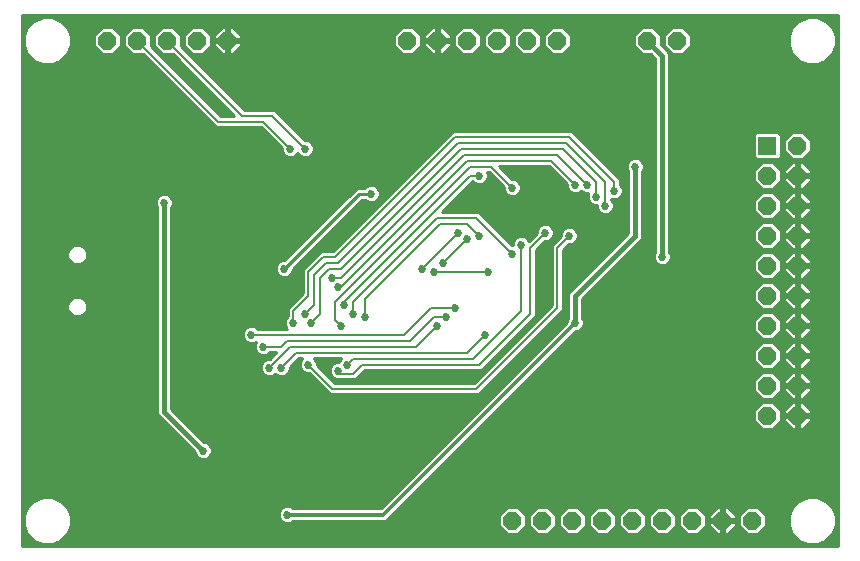
<source format=gbl>
G75*
G70*
%OFA0B0*%
%FSLAX24Y24*%
%IPPOS*%
%LPD*%
%AMOC8*
5,1,8,0,0,1.08239X$1,22.5*
%
%ADD10OC8,0.0600*%
%ADD11R,0.0600X0.0600*%
%ADD12C,0.0100*%
%ADD13C,0.0270*%
%ADD14C,0.0160*%
%ADD15C,0.0080*%
%ADD16C,0.0120*%
D10*
X016954Y001202D03*
X017954Y001202D03*
X018954Y001202D03*
X019954Y001202D03*
X020954Y001202D03*
X021954Y001202D03*
X022954Y001202D03*
X023954Y001202D03*
X024954Y001202D03*
X025454Y004702D03*
X026454Y004702D03*
X026454Y005702D03*
X025454Y005702D03*
X025454Y006702D03*
X026454Y006702D03*
X026454Y007702D03*
X025454Y007702D03*
X025454Y008702D03*
X026454Y008702D03*
X026454Y009702D03*
X025454Y009702D03*
X025454Y010702D03*
X026454Y010702D03*
X026454Y011702D03*
X025454Y011702D03*
X025454Y012702D03*
X026454Y012702D03*
X026454Y013702D03*
X022454Y017202D03*
X021454Y017202D03*
X018454Y017202D03*
X017454Y017202D03*
X016454Y017202D03*
X015454Y017202D03*
X014454Y017202D03*
X013454Y017202D03*
X007454Y017202D03*
X006454Y017202D03*
X005454Y017202D03*
X004454Y017202D03*
X003454Y017202D03*
D11*
X025454Y013702D03*
D12*
X000611Y018052D02*
X000611Y000352D01*
X027804Y000352D01*
X027804Y018052D01*
X000611Y018052D01*
X000611Y018038D02*
X027804Y018038D01*
X027804Y017939D02*
X027210Y017939D01*
X027109Y017981D02*
X026798Y017981D01*
X026512Y017863D01*
X026292Y017643D01*
X026174Y017357D01*
X026174Y017046D01*
X026292Y016760D01*
X026512Y016540D01*
X026798Y016422D01*
X027109Y016422D01*
X027395Y016540D01*
X027615Y016760D01*
X027733Y017046D01*
X027733Y017357D01*
X027615Y017643D01*
X027395Y017863D01*
X027109Y017981D01*
X027417Y017841D02*
X027804Y017841D01*
X027804Y017742D02*
X027516Y017742D01*
X027614Y017644D02*
X027804Y017644D01*
X027804Y017545D02*
X027655Y017545D01*
X027696Y017447D02*
X027804Y017447D01*
X027804Y017348D02*
X027733Y017348D01*
X027733Y017250D02*
X027804Y017250D01*
X027804Y017151D02*
X027733Y017151D01*
X027733Y017052D02*
X027804Y017052D01*
X027804Y016954D02*
X027695Y016954D01*
X027654Y016855D02*
X027804Y016855D01*
X027804Y016757D02*
X027612Y016757D01*
X027513Y016658D02*
X027804Y016658D01*
X027804Y016560D02*
X027415Y016560D01*
X027204Y016461D02*
X027804Y016461D01*
X027804Y016363D02*
X022184Y016363D01*
X022184Y016461D02*
X026703Y016461D01*
X026492Y016560D02*
X022184Y016560D01*
X022184Y016606D02*
X022184Y016797D01*
X021904Y017077D01*
X021904Y017388D01*
X021640Y017652D01*
X021267Y017652D01*
X021004Y017388D01*
X021004Y017015D01*
X021267Y016752D01*
X021578Y016752D01*
X021724Y016606D01*
X021724Y010175D01*
X021712Y010163D01*
X021669Y010058D01*
X021669Y009945D01*
X021712Y009840D01*
X021792Y009760D01*
X021897Y009717D01*
X022010Y009717D01*
X022115Y009760D01*
X022195Y009840D01*
X022239Y009945D01*
X022239Y010058D01*
X022195Y010163D01*
X022184Y010175D01*
X022184Y016606D01*
X022184Y016658D02*
X026394Y016658D01*
X026295Y016757D02*
X022645Y016757D01*
X022640Y016752D02*
X022904Y017015D01*
X022904Y017388D01*
X022640Y017652D01*
X022267Y017652D01*
X022004Y017388D01*
X022004Y017015D01*
X022267Y016752D01*
X022640Y016752D01*
X022744Y016855D02*
X026253Y016855D01*
X026212Y016954D02*
X022842Y016954D01*
X022904Y017052D02*
X026174Y017052D01*
X026174Y017151D02*
X022904Y017151D01*
X022904Y017250D02*
X026174Y017250D01*
X026174Y017348D02*
X022904Y017348D01*
X022845Y017447D02*
X026211Y017447D01*
X026252Y017545D02*
X022746Y017545D01*
X022648Y017644D02*
X026293Y017644D01*
X026391Y017742D02*
X002016Y017742D01*
X002114Y017644D02*
X003259Y017644D01*
X003267Y017652D02*
X003004Y017388D01*
X003004Y017015D01*
X003267Y016752D01*
X003640Y016752D01*
X003904Y017015D01*
X003904Y017388D01*
X003640Y017652D01*
X003267Y017652D01*
X003161Y017545D02*
X002155Y017545D01*
X002115Y017643D02*
X001895Y017863D01*
X001609Y017981D01*
X001298Y017981D01*
X001012Y017863D01*
X000792Y017643D01*
X000674Y017357D01*
X000674Y017046D01*
X000792Y016760D01*
X001012Y016540D01*
X001298Y016422D01*
X001609Y016422D01*
X001895Y016540D01*
X002115Y016760D01*
X002233Y017046D01*
X002233Y017357D01*
X002115Y017643D01*
X002196Y017447D02*
X003062Y017447D01*
X003004Y017348D02*
X002233Y017348D01*
X002233Y017250D02*
X003004Y017250D01*
X003004Y017151D02*
X002233Y017151D01*
X002233Y017052D02*
X003004Y017052D01*
X003065Y016954D02*
X002195Y016954D01*
X002154Y016855D02*
X003163Y016855D01*
X003262Y016757D02*
X002112Y016757D01*
X002013Y016658D02*
X004728Y016658D01*
X004635Y016752D02*
X004267Y016752D01*
X004004Y017015D01*
X004004Y017388D01*
X004267Y017652D01*
X004640Y017652D01*
X004904Y017388D01*
X004904Y017020D01*
X007232Y014692D01*
X007695Y014692D01*
X005635Y016752D01*
X005267Y016752D01*
X005004Y017015D01*
X005004Y017388D01*
X005267Y017652D01*
X005640Y017652D01*
X005904Y017388D01*
X005904Y017020D01*
X008032Y014892D01*
X008875Y014892D01*
X009032Y014892D01*
X010037Y013887D01*
X010110Y013887D01*
X010215Y013843D01*
X010295Y013763D01*
X010339Y013658D01*
X010339Y013545D01*
X010295Y013440D01*
X010215Y013360D01*
X010110Y013317D01*
X009997Y013317D01*
X009892Y013360D01*
X009812Y013440D01*
X009804Y013460D01*
X009795Y013440D01*
X009715Y013360D01*
X009610Y013317D01*
X009497Y013317D01*
X009392Y013360D01*
X009312Y013440D01*
X009269Y013545D01*
X009269Y013618D01*
X008575Y014312D01*
X007075Y014312D01*
X006964Y014423D01*
X004635Y016752D01*
X004827Y016560D02*
X001915Y016560D01*
X001704Y016461D02*
X004925Y016461D01*
X005024Y016363D02*
X000611Y016363D01*
X000611Y016461D02*
X001203Y016461D01*
X000992Y016560D02*
X000611Y016560D01*
X000611Y016658D02*
X000894Y016658D01*
X000795Y016757D02*
X000611Y016757D01*
X000611Y016855D02*
X000753Y016855D01*
X000712Y016954D02*
X000611Y016954D01*
X000611Y017052D02*
X000674Y017052D01*
X000674Y017151D02*
X000611Y017151D01*
X000611Y017250D02*
X000674Y017250D01*
X000674Y017348D02*
X000611Y017348D01*
X000611Y017447D02*
X000711Y017447D01*
X000752Y017545D02*
X000611Y017545D01*
X000611Y017644D02*
X000793Y017644D01*
X000891Y017742D02*
X000611Y017742D01*
X000611Y017841D02*
X000990Y017841D01*
X001197Y017939D02*
X000611Y017939D01*
X001710Y017939D02*
X026697Y017939D01*
X026490Y017841D02*
X001917Y017841D01*
X003648Y017644D02*
X004259Y017644D01*
X004161Y017545D02*
X003746Y017545D01*
X003845Y017447D02*
X004062Y017447D01*
X004004Y017348D02*
X003904Y017348D01*
X003904Y017250D02*
X004004Y017250D01*
X004004Y017151D02*
X003904Y017151D01*
X003904Y017052D02*
X004004Y017052D01*
X004065Y016954D02*
X003842Y016954D01*
X003744Y016855D02*
X004163Y016855D01*
X004262Y016757D02*
X003645Y016757D01*
X004648Y017644D02*
X005259Y017644D01*
X005161Y017545D02*
X004746Y017545D01*
X004845Y017447D02*
X005062Y017447D01*
X005004Y017348D02*
X004904Y017348D01*
X004904Y017250D02*
X005004Y017250D01*
X005004Y017151D02*
X004904Y017151D01*
X004904Y017052D02*
X005004Y017052D01*
X004970Y016954D02*
X005065Y016954D01*
X005068Y016855D02*
X005163Y016855D01*
X005167Y016757D02*
X005262Y016757D01*
X005265Y016658D02*
X005728Y016658D01*
X005827Y016560D02*
X005364Y016560D01*
X005463Y016461D02*
X005925Y016461D01*
X006024Y016363D02*
X005561Y016363D01*
X005660Y016264D02*
X006122Y016264D01*
X006221Y016166D02*
X005758Y016166D01*
X005857Y016067D02*
X006319Y016067D01*
X006418Y015969D02*
X005955Y015969D01*
X006054Y015870D02*
X006516Y015870D01*
X006615Y015771D02*
X006152Y015771D01*
X006251Y015673D02*
X006714Y015673D01*
X006812Y015574D02*
X006349Y015574D01*
X006448Y015476D02*
X006911Y015476D01*
X007009Y015377D02*
X006547Y015377D01*
X006645Y015279D02*
X007108Y015279D01*
X007206Y015180D02*
X006744Y015180D01*
X006842Y015082D02*
X007305Y015082D01*
X007403Y014983D02*
X006941Y014983D01*
X007039Y014885D02*
X007502Y014885D01*
X007600Y014786D02*
X007138Y014786D01*
X006797Y014589D02*
X000611Y014589D01*
X000611Y014687D02*
X006699Y014687D01*
X006600Y014786D02*
X000611Y014786D01*
X000611Y014885D02*
X006502Y014885D01*
X006403Y014983D02*
X000611Y014983D01*
X000611Y015082D02*
X006305Y015082D01*
X006206Y015180D02*
X000611Y015180D01*
X000611Y015279D02*
X006108Y015279D01*
X006009Y015377D02*
X000611Y015377D01*
X000611Y015476D02*
X005911Y015476D01*
X005812Y015574D02*
X000611Y015574D01*
X000611Y015673D02*
X005714Y015673D01*
X005615Y015771D02*
X000611Y015771D01*
X000611Y015870D02*
X005516Y015870D01*
X005418Y015969D02*
X000611Y015969D01*
X000611Y016067D02*
X005319Y016067D01*
X005221Y016166D02*
X000611Y016166D01*
X000611Y016264D02*
X005122Y016264D01*
X006068Y016855D02*
X006163Y016855D01*
X006167Y016757D02*
X006262Y016757D01*
X006267Y016752D02*
X006640Y016752D01*
X006904Y017015D01*
X006904Y017388D01*
X006640Y017652D01*
X006267Y017652D01*
X006004Y017388D01*
X006004Y017015D01*
X006267Y016752D01*
X006265Y016658D02*
X021672Y016658D01*
X021724Y016560D02*
X006364Y016560D01*
X006463Y016461D02*
X021724Y016461D01*
X021724Y016363D02*
X006561Y016363D01*
X006660Y016264D02*
X021724Y016264D01*
X021724Y016166D02*
X006758Y016166D01*
X006857Y016067D02*
X021724Y016067D01*
X021724Y015969D02*
X006955Y015969D01*
X007054Y015870D02*
X021724Y015870D01*
X021724Y015771D02*
X007152Y015771D01*
X007251Y015673D02*
X021724Y015673D01*
X021724Y015574D02*
X007349Y015574D01*
X007448Y015476D02*
X021724Y015476D01*
X021724Y015377D02*
X007547Y015377D01*
X007645Y015279D02*
X021724Y015279D01*
X021724Y015180D02*
X007744Y015180D01*
X007842Y015082D02*
X021724Y015082D01*
X021724Y014983D02*
X007941Y014983D01*
X008593Y014293D02*
X000611Y014293D01*
X000611Y014195D02*
X008692Y014195D01*
X008790Y014096D02*
X000611Y014096D01*
X000611Y013998D02*
X008889Y013998D01*
X008987Y013899D02*
X000611Y013899D01*
X000611Y013801D02*
X009086Y013801D01*
X009184Y013702D02*
X000611Y013702D01*
X000611Y013603D02*
X009269Y013603D01*
X009285Y013505D02*
X000611Y013505D01*
X000611Y013406D02*
X009346Y013406D01*
X009761Y013406D02*
X009846Y013406D01*
X010261Y013406D02*
X014190Y013406D01*
X014091Y013308D02*
X000611Y013308D01*
X000611Y013209D02*
X013993Y013209D01*
X013894Y013111D02*
X000611Y013111D01*
X000611Y013012D02*
X013795Y013012D01*
X013697Y012914D02*
X000611Y012914D01*
X000611Y012815D02*
X013598Y012815D01*
X013500Y012717D02*
X000611Y012717D01*
X000611Y012618D02*
X013401Y012618D01*
X013303Y012519D02*
X000611Y012519D01*
X000611Y012421D02*
X013204Y012421D01*
X013106Y012322D02*
X012436Y012322D01*
X012415Y012343D02*
X012310Y012387D01*
X012197Y012387D01*
X012092Y012343D01*
X012050Y012302D01*
X011936Y012302D01*
X011771Y012302D01*
X009356Y009887D01*
X009297Y009887D01*
X009192Y009843D01*
X009112Y009763D01*
X009069Y009658D01*
X009069Y009545D01*
X009112Y009440D01*
X009192Y009360D01*
X009297Y009317D01*
X009410Y009317D01*
X009515Y009360D01*
X009595Y009440D01*
X009639Y009545D01*
X009639Y009604D01*
X011936Y011902D01*
X012050Y011902D01*
X012092Y011860D01*
X012197Y011817D01*
X012310Y011817D01*
X012415Y011860D01*
X012495Y011940D01*
X012539Y012045D01*
X012539Y012158D01*
X012495Y012263D01*
X012415Y012343D01*
X012511Y012224D02*
X013007Y012224D01*
X012909Y012125D02*
X012539Y012125D01*
X012531Y012027D02*
X012810Y012027D01*
X012711Y011928D02*
X012483Y011928D01*
X012613Y011830D02*
X012342Y011830D01*
X012165Y011830D02*
X011864Y011830D01*
X011766Y011731D02*
X012514Y011731D01*
X012416Y011633D02*
X011667Y011633D01*
X011569Y011534D02*
X012317Y011534D01*
X012219Y011436D02*
X011470Y011436D01*
X011372Y011337D02*
X012120Y011337D01*
X012022Y011238D02*
X011273Y011238D01*
X011175Y011140D02*
X011923Y011140D01*
X011825Y011041D02*
X011076Y011041D01*
X010978Y010943D02*
X011726Y010943D01*
X011628Y010844D02*
X010879Y010844D01*
X010781Y010746D02*
X011529Y010746D01*
X011430Y010647D02*
X010682Y010647D01*
X010583Y010549D02*
X011332Y010549D01*
X011233Y010450D02*
X010485Y010450D01*
X010386Y010352D02*
X011135Y010352D01*
X011036Y010253D02*
X010288Y010253D01*
X010189Y010154D02*
X010538Y010154D01*
X010575Y010192D02*
X010464Y010080D01*
X009964Y009580D01*
X009964Y009423D01*
X009964Y008780D01*
X009464Y008280D01*
X009464Y008123D01*
X009464Y008015D01*
X009412Y007963D01*
X009369Y007858D01*
X009369Y007745D01*
X009412Y007640D01*
X009461Y007592D01*
X008467Y007592D01*
X008415Y007643D01*
X008310Y007687D01*
X008197Y007687D01*
X008092Y007643D01*
X008012Y007563D01*
X007969Y007458D01*
X007969Y007345D01*
X008012Y007240D01*
X008092Y007160D01*
X008197Y007117D01*
X008310Y007117D01*
X008410Y007158D01*
X008369Y007058D01*
X008369Y006945D01*
X008412Y006840D01*
X008492Y006760D01*
X008597Y006717D01*
X008710Y006717D01*
X008815Y006760D01*
X008867Y006812D01*
X009095Y006812D01*
X008870Y006587D01*
X008797Y006587D01*
X008692Y006543D01*
X008612Y006463D01*
X008569Y006358D01*
X008569Y006245D01*
X008612Y006140D01*
X008692Y006060D01*
X008797Y006017D01*
X008910Y006017D01*
X009015Y006060D01*
X009054Y006099D01*
X009092Y006060D01*
X009197Y006017D01*
X009310Y006017D01*
X009415Y006060D01*
X009495Y006140D01*
X009539Y006245D01*
X009539Y006318D01*
X009832Y006612D01*
X009961Y006612D01*
X009912Y006563D01*
X009869Y006458D01*
X009869Y006345D01*
X009912Y006240D01*
X009992Y006160D01*
X010097Y006117D01*
X010170Y006117D01*
X010764Y005523D01*
X010875Y005412D01*
X015675Y005412D01*
X015832Y005412D01*
X018532Y008112D01*
X018644Y008223D01*
X018644Y010223D01*
X018837Y010417D01*
X018910Y010417D01*
X019015Y010460D01*
X019095Y010540D01*
X019139Y010645D01*
X019139Y010758D01*
X019095Y010863D01*
X019015Y010943D01*
X018910Y010987D01*
X018797Y010987D01*
X018692Y010943D01*
X018612Y010863D01*
X018569Y010758D01*
X018569Y010685D01*
X018264Y010380D01*
X018264Y010223D01*
X018264Y008380D01*
X015675Y005792D01*
X011032Y005792D01*
X010439Y006385D01*
X010439Y006458D01*
X010395Y006563D01*
X010346Y006612D01*
X011261Y006612D01*
X011212Y006563D01*
X011180Y006487D01*
X011097Y006487D01*
X010992Y006443D01*
X010912Y006363D01*
X010869Y006258D01*
X010869Y006145D01*
X010912Y006040D01*
X010992Y005960D01*
X011097Y005917D01*
X011170Y005917D01*
X011175Y005912D01*
X011575Y005912D01*
X011732Y005912D01*
X012032Y006212D01*
X015775Y006212D01*
X015932Y006212D01*
X017632Y007912D01*
X017744Y008023D01*
X017744Y010223D01*
X018037Y010517D01*
X018110Y010517D01*
X018215Y010560D01*
X018295Y010640D01*
X018339Y010745D01*
X018339Y010858D01*
X018295Y010963D01*
X018215Y011043D01*
X018110Y011087D01*
X017997Y011087D01*
X017892Y011043D01*
X017812Y010963D01*
X017769Y010858D01*
X017769Y010785D01*
X017510Y010527D01*
X017495Y010563D01*
X017415Y010643D01*
X017310Y010687D01*
X017197Y010687D01*
X017092Y010643D01*
X017012Y010563D01*
X016969Y010458D01*
X016969Y010387D01*
X016937Y010387D01*
X015832Y011492D01*
X015675Y011492D01*
X014612Y011492D01*
X015632Y012512D01*
X015640Y012512D01*
X015692Y012460D01*
X015797Y012417D01*
X015910Y012417D01*
X016015Y012460D01*
X016095Y012540D01*
X016139Y012645D01*
X016139Y012758D01*
X016116Y012812D01*
X016175Y012812D01*
X016669Y012318D01*
X016669Y012245D01*
X016712Y012140D01*
X016792Y012060D01*
X016897Y012017D01*
X017010Y012017D01*
X017115Y012060D01*
X017195Y012140D01*
X017239Y012245D01*
X017239Y012358D01*
X017195Y012463D01*
X017115Y012543D01*
X017010Y012587D01*
X016937Y012587D01*
X016512Y013012D01*
X018175Y013012D01*
X018769Y012418D01*
X018769Y012345D01*
X018812Y012240D01*
X018892Y012160D01*
X018997Y012117D01*
X019110Y012117D01*
X019215Y012160D01*
X019254Y012199D01*
X019292Y012160D01*
X019397Y012117D01*
X019493Y012117D01*
X019469Y012058D01*
X019469Y011945D01*
X019512Y011840D01*
X019592Y011760D01*
X019697Y011717D01*
X019769Y011717D01*
X019769Y011645D01*
X019812Y011540D01*
X019892Y011460D01*
X019997Y011417D01*
X020110Y011417D01*
X020215Y011460D01*
X020295Y011540D01*
X020339Y011645D01*
X020339Y011758D01*
X020295Y011863D01*
X020244Y011915D01*
X020244Y011939D01*
X020297Y011917D01*
X020410Y011917D01*
X020515Y011960D01*
X020595Y012040D01*
X020639Y012145D01*
X020639Y012258D01*
X020595Y012363D01*
X020544Y012415D01*
X020544Y012580D01*
X020432Y012692D01*
X018932Y014192D01*
X018775Y014192D01*
X014975Y014192D01*
X014864Y014080D01*
X010975Y010192D01*
X010575Y010192D01*
X010439Y010056D02*
X010091Y010056D01*
X009992Y009957D02*
X010341Y009957D01*
X010242Y009859D02*
X009894Y009859D01*
X009795Y009760D02*
X010144Y009760D01*
X010045Y009662D02*
X009697Y009662D01*
X009639Y009563D02*
X009964Y009563D01*
X009964Y009465D02*
X009605Y009465D01*
X009521Y009366D02*
X009964Y009366D01*
X009964Y009268D02*
X005584Y009268D01*
X005584Y009366D02*
X009186Y009366D01*
X009102Y009465D02*
X005584Y009465D01*
X005584Y009563D02*
X009069Y009563D01*
X009070Y009662D02*
X005584Y009662D01*
X005584Y009760D02*
X009111Y009760D01*
X009230Y009859D02*
X005584Y009859D01*
X005584Y009957D02*
X009426Y009957D01*
X009525Y010056D02*
X005584Y010056D01*
X005584Y010154D02*
X009624Y010154D01*
X009722Y010253D02*
X005584Y010253D01*
X005584Y010352D02*
X009821Y010352D01*
X009919Y010450D02*
X005584Y010450D01*
X005584Y010549D02*
X010018Y010549D01*
X010116Y010647D02*
X005584Y010647D01*
X005584Y010746D02*
X010215Y010746D01*
X010313Y010844D02*
X005584Y010844D01*
X005584Y010943D02*
X010412Y010943D01*
X010510Y011041D02*
X005584Y011041D01*
X005584Y011140D02*
X010609Y011140D01*
X010708Y011238D02*
X005584Y011238D01*
X005584Y011337D02*
X010806Y011337D01*
X010905Y011436D02*
X005584Y011436D01*
X005584Y011534D02*
X011003Y011534D01*
X011102Y011633D02*
X005588Y011633D01*
X005584Y011629D02*
X005595Y011640D01*
X005639Y011745D01*
X005639Y011858D01*
X005595Y011963D01*
X005515Y012043D01*
X005410Y012087D01*
X005297Y012087D01*
X005192Y012043D01*
X005112Y011963D01*
X005069Y011858D01*
X005069Y011745D01*
X005112Y011640D01*
X005124Y011629D01*
X005124Y004933D01*
X005124Y004742D01*
X006369Y003497D01*
X006369Y003481D01*
X006412Y003376D01*
X006492Y003296D01*
X006597Y003253D01*
X006710Y003253D01*
X006815Y003296D01*
X006895Y003376D01*
X006939Y003481D01*
X006939Y003594D01*
X006895Y003699D01*
X006815Y003779D01*
X006710Y003823D01*
X006694Y003823D01*
X005584Y004933D01*
X005584Y011629D01*
X005633Y011731D02*
X011200Y011731D01*
X011299Y011830D02*
X005639Y011830D01*
X005610Y011928D02*
X011397Y011928D01*
X011496Y012027D02*
X005531Y012027D01*
X005176Y012027D02*
X000611Y012027D01*
X000611Y012125D02*
X011594Y012125D01*
X011693Y012224D02*
X000611Y012224D01*
X000611Y012322D02*
X012071Y012322D01*
X012254Y012102D02*
X011854Y012102D01*
X009354Y009602D01*
X009964Y009169D02*
X005584Y009169D01*
X005584Y009070D02*
X009964Y009070D01*
X009964Y008972D02*
X005584Y008972D01*
X005584Y008873D02*
X009964Y008873D01*
X009958Y008775D02*
X005584Y008775D01*
X005584Y008676D02*
X009860Y008676D01*
X009761Y008578D02*
X005584Y008578D01*
X005584Y008479D02*
X009662Y008479D01*
X009564Y008381D02*
X005584Y008381D01*
X005584Y008282D02*
X009465Y008282D01*
X009464Y008184D02*
X005584Y008184D01*
X005584Y008085D02*
X009464Y008085D01*
X009435Y007986D02*
X005584Y007986D01*
X005584Y007888D02*
X009381Y007888D01*
X009369Y007789D02*
X005584Y007789D01*
X005584Y007691D02*
X009391Y007691D01*
X009460Y007592D02*
X008466Y007592D01*
X008041Y007592D02*
X005584Y007592D01*
X005584Y007494D02*
X007983Y007494D01*
X007969Y007395D02*
X005584Y007395D01*
X005584Y007297D02*
X007988Y007297D01*
X008054Y007198D02*
X005584Y007198D01*
X005584Y007100D02*
X008386Y007100D01*
X008369Y007001D02*
X005584Y007001D01*
X005584Y006903D02*
X008386Y006903D01*
X008448Y006804D02*
X005584Y006804D01*
X005584Y006705D02*
X008989Y006705D01*
X008890Y006607D02*
X005584Y006607D01*
X005584Y006508D02*
X008657Y006508D01*
X008590Y006410D02*
X005584Y006410D01*
X005584Y006311D02*
X008569Y006311D01*
X008582Y006213D02*
X005584Y006213D01*
X005584Y006114D02*
X008638Y006114D01*
X009469Y006114D02*
X010172Y006114D01*
X010271Y006016D02*
X005584Y006016D01*
X005584Y005917D02*
X010369Y005917D01*
X010468Y005819D02*
X005584Y005819D01*
X005584Y005720D02*
X010566Y005720D01*
X010665Y005621D02*
X005584Y005621D01*
X005584Y005523D02*
X010763Y005523D01*
X010862Y005424D02*
X005584Y005424D01*
X005584Y005326D02*
X016281Y005326D01*
X016379Y005424D02*
X015845Y005424D01*
X015944Y005523D02*
X016478Y005523D01*
X016576Y005621D02*
X016042Y005621D01*
X016141Y005720D02*
X016675Y005720D01*
X016774Y005819D02*
X016239Y005819D01*
X016338Y005917D02*
X016872Y005917D01*
X016971Y006016D02*
X016436Y006016D01*
X016535Y006114D02*
X017069Y006114D01*
X017168Y006213D02*
X016633Y006213D01*
X016732Y006311D02*
X017266Y006311D01*
X017365Y006410D02*
X016830Y006410D01*
X016929Y006508D02*
X017463Y006508D01*
X017562Y006607D02*
X017028Y006607D01*
X017126Y006705D02*
X017660Y006705D01*
X017759Y006804D02*
X017225Y006804D01*
X017323Y006903D02*
X017858Y006903D01*
X017956Y007001D02*
X017422Y007001D01*
X017520Y007100D02*
X018055Y007100D01*
X018153Y007198D02*
X017619Y007198D01*
X017717Y007297D02*
X018252Y007297D01*
X018350Y007395D02*
X017816Y007395D01*
X017914Y007494D02*
X018449Y007494D01*
X018547Y007592D02*
X018013Y007592D01*
X018112Y007691D02*
X018646Y007691D01*
X018744Y007789D02*
X018210Y007789D01*
X018309Y007888D02*
X018781Y007888D01*
X018769Y007858D02*
X018769Y007814D01*
X012567Y001612D01*
X009647Y001612D01*
X009615Y001643D01*
X009510Y001687D01*
X009397Y001687D01*
X009292Y001643D01*
X009212Y001563D01*
X009169Y001458D01*
X009169Y001345D01*
X009212Y001240D01*
X009292Y001160D01*
X009397Y001117D01*
X009510Y001117D01*
X009615Y001160D01*
X009647Y001192D01*
X012567Y001192D01*
X012741Y001192D01*
X019066Y007517D01*
X019110Y007517D01*
X019215Y007560D01*
X019295Y007640D01*
X019339Y007745D01*
X019339Y007858D01*
X019295Y007963D01*
X019284Y007975D01*
X019284Y008606D01*
X021284Y010606D01*
X021284Y010797D01*
X021284Y012829D01*
X021295Y012840D01*
X021339Y012945D01*
X021339Y013058D01*
X021295Y013163D01*
X021215Y013243D01*
X021110Y013287D01*
X020997Y013287D01*
X020892Y013243D01*
X020812Y013163D01*
X020769Y013058D01*
X020769Y012945D01*
X020812Y012840D01*
X020824Y012829D01*
X020824Y010797D01*
X018958Y008932D01*
X018824Y008797D01*
X018824Y007975D01*
X018812Y007963D01*
X018769Y007858D01*
X018824Y007986D02*
X018407Y007986D01*
X018506Y008085D02*
X018824Y008085D01*
X018824Y008184D02*
X018604Y008184D01*
X018644Y008282D02*
X018824Y008282D01*
X018824Y008381D02*
X018644Y008381D01*
X018644Y008479D02*
X018824Y008479D01*
X018824Y008578D02*
X018644Y008578D01*
X018644Y008676D02*
X018824Y008676D01*
X018824Y008775D02*
X018644Y008775D01*
X018644Y008873D02*
X018900Y008873D01*
X018999Y008972D02*
X018644Y008972D01*
X018644Y009070D02*
X019097Y009070D01*
X019196Y009169D02*
X018644Y009169D01*
X018644Y009268D02*
X019294Y009268D01*
X019393Y009366D02*
X018644Y009366D01*
X018644Y009465D02*
X019491Y009465D01*
X019590Y009563D02*
X018644Y009563D01*
X018644Y009662D02*
X019688Y009662D01*
X019787Y009760D02*
X018644Y009760D01*
X018644Y009859D02*
X019886Y009859D01*
X019984Y009957D02*
X018644Y009957D01*
X018644Y010056D02*
X020083Y010056D01*
X020181Y010154D02*
X018644Y010154D01*
X018674Y010253D02*
X020280Y010253D01*
X020378Y010352D02*
X018772Y010352D01*
X018991Y010450D02*
X020477Y010450D01*
X020575Y010549D02*
X019099Y010549D01*
X019139Y010647D02*
X020674Y010647D01*
X020772Y010746D02*
X019139Y010746D01*
X019103Y010844D02*
X020824Y010844D01*
X020824Y010943D02*
X019015Y010943D01*
X018692Y010943D02*
X018304Y010943D01*
X018339Y010844D02*
X018604Y010844D01*
X018569Y010746D02*
X018339Y010746D01*
X018298Y010647D02*
X018530Y010647D01*
X018432Y010549D02*
X018188Y010549D01*
X018333Y010450D02*
X017971Y010450D01*
X017872Y010352D02*
X018264Y010352D01*
X018264Y010253D02*
X017774Y010253D01*
X017744Y010154D02*
X018264Y010154D01*
X018264Y010056D02*
X017744Y010056D01*
X017744Y009957D02*
X018264Y009957D01*
X018264Y009859D02*
X017744Y009859D01*
X017744Y009760D02*
X018264Y009760D01*
X018264Y009662D02*
X017744Y009662D01*
X017744Y009563D02*
X018264Y009563D01*
X018264Y009465D02*
X017744Y009465D01*
X017744Y009366D02*
X018264Y009366D01*
X018264Y009268D02*
X017744Y009268D01*
X017744Y009169D02*
X018264Y009169D01*
X018264Y009070D02*
X017744Y009070D01*
X017744Y008972D02*
X018264Y008972D01*
X018264Y008873D02*
X017744Y008873D01*
X017744Y008775D02*
X018264Y008775D01*
X018264Y008676D02*
X017744Y008676D01*
X017744Y008578D02*
X018264Y008578D01*
X018264Y008479D02*
X017744Y008479D01*
X017744Y008381D02*
X018264Y008381D01*
X018165Y008282D02*
X017744Y008282D01*
X017744Y008184D02*
X018067Y008184D01*
X017968Y008085D02*
X017744Y008085D01*
X017707Y007986D02*
X017870Y007986D01*
X017771Y007888D02*
X017609Y007888D01*
X017673Y007789D02*
X017510Y007789D01*
X017574Y007691D02*
X017412Y007691D01*
X017476Y007592D02*
X017313Y007592D01*
X017377Y007494D02*
X017214Y007494D01*
X017279Y007395D02*
X017116Y007395D01*
X017180Y007297D02*
X017017Y007297D01*
X017081Y007198D02*
X016919Y007198D01*
X016983Y007100D02*
X016820Y007100D01*
X016884Y007001D02*
X016722Y007001D01*
X016786Y006903D02*
X016623Y006903D01*
X016687Y006804D02*
X016525Y006804D01*
X016589Y006705D02*
X016426Y006705D01*
X016490Y006607D02*
X016328Y006607D01*
X016392Y006508D02*
X016229Y006508D01*
X016293Y006410D02*
X016130Y006410D01*
X016195Y006311D02*
X016032Y006311D01*
X016096Y006213D02*
X015933Y006213D01*
X015997Y006114D02*
X011935Y006114D01*
X011836Y006016D02*
X015899Y006016D01*
X015800Y005917D02*
X011738Y005917D01*
X011096Y005917D02*
X010907Y005917D01*
X010936Y006016D02*
X010808Y006016D01*
X010881Y006114D02*
X010710Y006114D01*
X010611Y006213D02*
X010869Y006213D01*
X010891Y006311D02*
X010513Y006311D01*
X010439Y006410D02*
X010959Y006410D01*
X011189Y006508D02*
X010418Y006508D01*
X010351Y006607D02*
X011256Y006607D01*
X011005Y005819D02*
X015702Y005819D01*
X016182Y005227D02*
X005584Y005227D01*
X005584Y005129D02*
X016084Y005129D01*
X015985Y005030D02*
X005584Y005030D01*
X005585Y004932D02*
X015887Y004932D01*
X015788Y004833D02*
X005683Y004833D01*
X005782Y004735D02*
X015690Y004735D01*
X015591Y004636D02*
X005880Y004636D01*
X005979Y004537D02*
X015492Y004537D01*
X015394Y004439D02*
X006078Y004439D01*
X006176Y004340D02*
X015295Y004340D01*
X015197Y004242D02*
X006275Y004242D01*
X006373Y004143D02*
X015098Y004143D01*
X015000Y004045D02*
X006472Y004045D01*
X006570Y003946D02*
X014901Y003946D01*
X014803Y003848D02*
X006669Y003848D01*
X006845Y003749D02*
X014704Y003749D01*
X014606Y003651D02*
X006915Y003651D01*
X006939Y003552D02*
X014507Y003552D01*
X014409Y003454D02*
X006927Y003454D01*
X006874Y003355D02*
X014310Y003355D01*
X014211Y003256D02*
X006719Y003256D01*
X006588Y003256D02*
X000611Y003256D01*
X000611Y003158D02*
X014113Y003158D01*
X014014Y003059D02*
X000611Y003059D01*
X000611Y002961D02*
X013916Y002961D01*
X013817Y002862D02*
X000611Y002862D01*
X000611Y002764D02*
X013719Y002764D01*
X013620Y002665D02*
X000611Y002665D01*
X000611Y002567D02*
X013522Y002567D01*
X013423Y002468D02*
X000611Y002468D01*
X000611Y002370D02*
X013325Y002370D01*
X013226Y002271D02*
X000611Y002271D01*
X000611Y002172D02*
X013127Y002172D01*
X013029Y002074D02*
X000611Y002074D01*
X000611Y001975D02*
X001284Y001975D01*
X001298Y001981D02*
X001012Y001863D01*
X000792Y001643D01*
X000674Y001357D01*
X000674Y001046D01*
X000792Y000760D01*
X001012Y000540D01*
X001298Y000422D01*
X001609Y000422D01*
X001895Y000540D01*
X002115Y000760D01*
X002233Y001046D01*
X002233Y001357D01*
X002115Y001643D01*
X001895Y001863D01*
X001609Y001981D01*
X001298Y001981D01*
X001046Y001877D02*
X000611Y001877D01*
X000611Y001778D02*
X000927Y001778D01*
X000829Y001680D02*
X000611Y001680D01*
X000611Y001581D02*
X000767Y001581D01*
X000726Y001483D02*
X000611Y001483D01*
X000611Y001384D02*
X000685Y001384D01*
X000674Y001286D02*
X000611Y001286D01*
X000611Y001187D02*
X000674Y001187D01*
X000674Y001088D02*
X000611Y001088D01*
X000611Y000990D02*
X000697Y000990D01*
X000738Y000891D02*
X000611Y000891D01*
X000611Y000793D02*
X000779Y000793D01*
X000858Y000694D02*
X000611Y000694D01*
X000611Y000596D02*
X000956Y000596D01*
X001116Y000497D02*
X000611Y000497D01*
X000611Y000399D02*
X027804Y000399D01*
X027804Y000497D02*
X027291Y000497D01*
X027395Y000540D02*
X027615Y000760D01*
X027733Y001046D01*
X027733Y001357D01*
X027615Y001643D01*
X027395Y001863D01*
X027109Y001981D01*
X026798Y001981D01*
X026512Y001863D01*
X026292Y001643D01*
X026174Y001357D01*
X026174Y001046D01*
X026292Y000760D01*
X026512Y000540D01*
X026798Y000422D01*
X027109Y000422D01*
X027395Y000540D01*
X027451Y000596D02*
X027804Y000596D01*
X027804Y000694D02*
X027549Y000694D01*
X027628Y000793D02*
X027804Y000793D01*
X027804Y000891D02*
X027669Y000891D01*
X027710Y000990D02*
X027804Y000990D01*
X027804Y001088D02*
X027733Y001088D01*
X027733Y001187D02*
X027804Y001187D01*
X027804Y001286D02*
X027733Y001286D01*
X027722Y001384D02*
X027804Y001384D01*
X027804Y001483D02*
X027681Y001483D01*
X027640Y001581D02*
X027804Y001581D01*
X027804Y001680D02*
X027578Y001680D01*
X027480Y001778D02*
X027804Y001778D01*
X027804Y001877D02*
X027361Y001877D01*
X027123Y001975D02*
X027804Y001975D01*
X027804Y002074D02*
X013623Y002074D01*
X013721Y002172D02*
X027804Y002172D01*
X027804Y002271D02*
X013820Y002271D01*
X013918Y002370D02*
X027804Y002370D01*
X027804Y002468D02*
X014017Y002468D01*
X014116Y002567D02*
X027804Y002567D01*
X027804Y002665D02*
X014214Y002665D01*
X014313Y002764D02*
X027804Y002764D01*
X027804Y002862D02*
X014411Y002862D01*
X014510Y002961D02*
X027804Y002961D01*
X027804Y003059D02*
X014608Y003059D01*
X014707Y003158D02*
X027804Y003158D01*
X027804Y003256D02*
X014805Y003256D01*
X014904Y003355D02*
X027804Y003355D01*
X027804Y003454D02*
X015002Y003454D01*
X015101Y003552D02*
X027804Y003552D01*
X027804Y003651D02*
X015200Y003651D01*
X015298Y003749D02*
X027804Y003749D01*
X027804Y003848D02*
X015397Y003848D01*
X015495Y003946D02*
X027804Y003946D01*
X027804Y004045D02*
X015594Y004045D01*
X015692Y004143D02*
X027804Y004143D01*
X027804Y004242D02*
X015791Y004242D01*
X015889Y004340D02*
X025178Y004340D01*
X025267Y004252D02*
X025004Y004515D01*
X025004Y004888D01*
X025267Y005152D01*
X025640Y005152D01*
X025904Y004888D01*
X025904Y004515D01*
X025640Y004252D01*
X025267Y004252D01*
X025080Y004439D02*
X015988Y004439D01*
X016086Y004537D02*
X025004Y004537D01*
X025004Y004636D02*
X016185Y004636D01*
X016284Y004735D02*
X025004Y004735D01*
X025004Y004833D02*
X016382Y004833D01*
X016481Y004932D02*
X025047Y004932D01*
X025146Y005030D02*
X016579Y005030D01*
X016678Y005129D02*
X025244Y005129D01*
X025267Y005252D02*
X025640Y005252D01*
X025904Y005515D01*
X025904Y005888D01*
X025640Y006152D01*
X025267Y006152D01*
X025004Y005888D01*
X025004Y005515D01*
X025267Y005252D01*
X025193Y005326D02*
X016875Y005326D01*
X016973Y005424D02*
X025094Y005424D01*
X025004Y005523D02*
X017072Y005523D01*
X017170Y005621D02*
X025004Y005621D01*
X025004Y005720D02*
X017269Y005720D01*
X017367Y005819D02*
X025004Y005819D01*
X025033Y005917D02*
X017466Y005917D01*
X017565Y006016D02*
X025131Y006016D01*
X025230Y006114D02*
X017663Y006114D01*
X017762Y006213D02*
X027804Y006213D01*
X027804Y006311D02*
X026700Y006311D01*
X026640Y006252D02*
X026904Y006515D01*
X026904Y006652D01*
X026504Y006652D01*
X026504Y006751D01*
X026904Y006751D01*
X026904Y006888D01*
X026640Y007152D01*
X026503Y007152D01*
X026503Y006752D01*
X026404Y006752D01*
X026404Y007152D01*
X026267Y007152D01*
X026004Y006888D01*
X026004Y006751D01*
X026403Y006751D01*
X026403Y006652D01*
X026004Y006652D01*
X026004Y006515D01*
X026267Y006252D01*
X026404Y006252D01*
X026404Y006651D01*
X026503Y006651D01*
X026503Y006252D01*
X026640Y006252D01*
X026640Y006152D02*
X026503Y006152D01*
X026503Y005752D01*
X026404Y005752D01*
X026404Y006152D01*
X026267Y006152D01*
X026004Y005888D01*
X026004Y005751D01*
X026403Y005751D01*
X026403Y005652D01*
X026004Y005652D01*
X026004Y005515D01*
X026267Y005252D01*
X026404Y005252D01*
X026404Y005651D01*
X026503Y005651D01*
X026503Y005252D01*
X026640Y005252D01*
X026904Y005515D01*
X026904Y005652D01*
X026504Y005652D01*
X026504Y005751D01*
X026904Y005751D01*
X026904Y005888D01*
X026640Y006152D01*
X026677Y006114D02*
X027804Y006114D01*
X027804Y006016D02*
X026776Y006016D01*
X026874Y005917D02*
X027804Y005917D01*
X027804Y005819D02*
X026904Y005819D01*
X026904Y005621D02*
X027804Y005621D01*
X027804Y005523D02*
X026904Y005523D01*
X026813Y005424D02*
X027804Y005424D01*
X027804Y005326D02*
X026714Y005326D01*
X026640Y005152D02*
X026503Y005152D01*
X026503Y004752D01*
X026404Y004752D01*
X026404Y005152D01*
X026267Y005152D01*
X026004Y004888D01*
X026004Y004751D01*
X026403Y004751D01*
X026403Y004652D01*
X026004Y004652D01*
X026004Y004515D01*
X026267Y004252D01*
X026404Y004252D01*
X026404Y004651D01*
X026503Y004651D01*
X026503Y004252D01*
X026640Y004252D01*
X026904Y004515D01*
X026904Y004652D01*
X026504Y004652D01*
X026504Y004751D01*
X026904Y004751D01*
X026904Y004888D01*
X026640Y005152D01*
X026663Y005129D02*
X027804Y005129D01*
X027804Y005227D02*
X016776Y005227D01*
X017860Y006311D02*
X025207Y006311D01*
X025267Y006252D02*
X025640Y006252D01*
X025904Y006515D01*
X025904Y006888D01*
X025640Y007152D01*
X025267Y007152D01*
X025004Y006888D01*
X025004Y006515D01*
X025267Y006252D01*
X025109Y006410D02*
X017959Y006410D01*
X018057Y006508D02*
X025010Y006508D01*
X025004Y006607D02*
X018156Y006607D01*
X018254Y006705D02*
X025004Y006705D01*
X025004Y006804D02*
X018353Y006804D01*
X018451Y006903D02*
X025018Y006903D01*
X025117Y007001D02*
X018550Y007001D01*
X018649Y007100D02*
X025215Y007100D01*
X025267Y007252D02*
X025640Y007252D01*
X025904Y007515D01*
X025904Y007888D01*
X026004Y007888D01*
X026004Y007751D01*
X026403Y007751D01*
X026403Y007652D01*
X026004Y007652D01*
X026004Y007515D01*
X026267Y007252D01*
X026404Y007252D01*
X026404Y007651D01*
X026503Y007651D01*
X026503Y007252D01*
X026640Y007252D01*
X026904Y007515D01*
X026904Y007652D01*
X026504Y007652D01*
X026504Y007751D01*
X026904Y007751D01*
X026904Y007888D01*
X027804Y007888D01*
X027804Y007986D02*
X026805Y007986D01*
X026904Y007888D02*
X026640Y008152D01*
X026503Y008152D01*
X026503Y007752D01*
X026404Y007752D01*
X026404Y008152D01*
X026267Y008152D01*
X026004Y007888D01*
X026004Y007789D02*
X025904Y007789D01*
X025904Y007691D02*
X026403Y007691D01*
X026404Y007789D02*
X026503Y007789D01*
X026504Y007691D02*
X027804Y007691D01*
X027804Y007789D02*
X026904Y007789D01*
X026904Y007592D02*
X027804Y007592D01*
X027804Y007494D02*
X026882Y007494D01*
X026784Y007395D02*
X027804Y007395D01*
X027804Y007297D02*
X026685Y007297D01*
X026503Y007297D02*
X026404Y007297D01*
X026404Y007395D02*
X026503Y007395D01*
X026503Y007494D02*
X026404Y007494D01*
X026404Y007592D02*
X026503Y007592D01*
X026222Y007297D02*
X025685Y007297D01*
X025784Y007395D02*
X026123Y007395D01*
X026025Y007494D02*
X025882Y007494D01*
X025904Y007592D02*
X026004Y007592D01*
X025904Y007888D02*
X025640Y008152D01*
X025267Y008152D01*
X025004Y007888D01*
X019326Y007888D01*
X019339Y007789D02*
X025004Y007789D01*
X025004Y007691D02*
X019316Y007691D01*
X019247Y007592D02*
X025004Y007592D01*
X025004Y007515D02*
X025267Y007252D01*
X025222Y007297D02*
X018846Y007297D01*
X018944Y007395D02*
X025123Y007395D01*
X025025Y007494D02*
X019043Y007494D01*
X018747Y007198D02*
X027804Y007198D01*
X027804Y007100D02*
X026692Y007100D01*
X026790Y007001D02*
X027804Y007001D01*
X027804Y006903D02*
X026889Y006903D01*
X026904Y006804D02*
X027804Y006804D01*
X027804Y006705D02*
X026504Y006705D01*
X026503Y006607D02*
X026404Y006607D01*
X026403Y006705D02*
X025904Y006705D01*
X025904Y006607D02*
X026004Y006607D01*
X026010Y006508D02*
X025897Y006508D01*
X025798Y006410D02*
X026109Y006410D01*
X026207Y006311D02*
X025700Y006311D01*
X025677Y006114D02*
X026230Y006114D01*
X026131Y006016D02*
X025776Y006016D01*
X025874Y005917D02*
X026033Y005917D01*
X026004Y005819D02*
X025904Y005819D01*
X025904Y005720D02*
X026403Y005720D01*
X026404Y005621D02*
X026503Y005621D01*
X026503Y005523D02*
X026404Y005523D01*
X026404Y005424D02*
X026503Y005424D01*
X026503Y005326D02*
X026404Y005326D01*
X026404Y005129D02*
X026503Y005129D01*
X026503Y005030D02*
X026404Y005030D01*
X026404Y004932D02*
X026503Y004932D01*
X026503Y004833D02*
X026404Y004833D01*
X026403Y004735D02*
X025904Y004735D01*
X025904Y004833D02*
X026004Y004833D01*
X026047Y004932D02*
X025860Y004932D01*
X025761Y005030D02*
X026146Y005030D01*
X026244Y005129D02*
X025663Y005129D01*
X025714Y005326D02*
X026193Y005326D01*
X026094Y005424D02*
X025813Y005424D01*
X025904Y005523D02*
X026004Y005523D01*
X026004Y005621D02*
X025904Y005621D01*
X026404Y005819D02*
X026503Y005819D01*
X026503Y005917D02*
X026404Y005917D01*
X026404Y006016D02*
X026503Y006016D01*
X026503Y006114D02*
X026404Y006114D01*
X026404Y006311D02*
X026503Y006311D01*
X026503Y006410D02*
X026404Y006410D01*
X026404Y006508D02*
X026503Y006508D01*
X026798Y006410D02*
X027804Y006410D01*
X027804Y006508D02*
X026897Y006508D01*
X026904Y006607D02*
X027804Y006607D01*
X026503Y006804D02*
X026404Y006804D01*
X026404Y006903D02*
X026503Y006903D01*
X026503Y007001D02*
X026404Y007001D01*
X026404Y007100D02*
X026503Y007100D01*
X026215Y007100D02*
X025692Y007100D01*
X025790Y007001D02*
X026117Y007001D01*
X026018Y006903D02*
X025889Y006903D01*
X025904Y006804D02*
X026004Y006804D01*
X025004Y007515D02*
X025004Y007888D01*
X025102Y007986D02*
X019284Y007986D01*
X019284Y008085D02*
X025201Y008085D01*
X025267Y008252D02*
X025640Y008252D01*
X025904Y008515D01*
X025904Y008888D01*
X025640Y009152D01*
X025267Y009152D01*
X025004Y008888D01*
X025004Y008515D01*
X025267Y008252D01*
X025237Y008282D02*
X019284Y008282D01*
X019284Y008184D02*
X027804Y008184D01*
X027804Y008282D02*
X026670Y008282D01*
X026640Y008252D02*
X026904Y008515D01*
X026904Y008652D01*
X026504Y008652D01*
X026504Y008751D01*
X026904Y008751D01*
X026904Y008888D01*
X026640Y009152D01*
X026503Y009152D01*
X026503Y008752D01*
X026404Y008752D01*
X026404Y009152D01*
X026267Y009152D01*
X026004Y008888D01*
X026004Y008751D01*
X026403Y008751D01*
X026403Y008652D01*
X026004Y008652D01*
X026004Y008515D01*
X026267Y008252D01*
X026404Y008252D01*
X026404Y008651D01*
X026503Y008651D01*
X026503Y008252D01*
X026640Y008252D01*
X026503Y008282D02*
X026404Y008282D01*
X026404Y008381D02*
X026503Y008381D01*
X026503Y008479D02*
X026404Y008479D01*
X026404Y008578D02*
X026503Y008578D01*
X026504Y008676D02*
X027804Y008676D01*
X027804Y008578D02*
X026904Y008578D01*
X026868Y008479D02*
X027804Y008479D01*
X027804Y008381D02*
X026769Y008381D01*
X026706Y008085D02*
X027804Y008085D01*
X027804Y008775D02*
X026904Y008775D01*
X026904Y008873D02*
X027804Y008873D01*
X027804Y008972D02*
X026820Y008972D01*
X026721Y009070D02*
X027804Y009070D01*
X027804Y009169D02*
X019846Y009169D01*
X019748Y009070D02*
X025186Y009070D01*
X025088Y008972D02*
X019649Y008972D01*
X019551Y008873D02*
X025004Y008873D01*
X025004Y008775D02*
X019452Y008775D01*
X019354Y008676D02*
X025004Y008676D01*
X025004Y008578D02*
X019284Y008578D01*
X019284Y008479D02*
X025039Y008479D01*
X025138Y008381D02*
X019284Y008381D01*
X019945Y009268D02*
X025251Y009268D01*
X025267Y009252D02*
X025640Y009252D01*
X025904Y009515D01*
X025904Y009888D01*
X025640Y010152D01*
X025267Y010152D01*
X025004Y009888D01*
X025004Y009515D01*
X025267Y009252D01*
X025153Y009366D02*
X020043Y009366D01*
X020142Y009465D02*
X025054Y009465D01*
X025004Y009563D02*
X020240Y009563D01*
X020339Y009662D02*
X025004Y009662D01*
X025004Y009760D02*
X022115Y009760D01*
X022203Y009859D02*
X025004Y009859D01*
X025073Y009957D02*
X022239Y009957D01*
X022239Y010056D02*
X025171Y010056D01*
X025267Y010252D02*
X025640Y010252D01*
X025904Y010515D01*
X025904Y010888D01*
X025640Y011152D01*
X025267Y011152D01*
X025004Y010888D01*
X025004Y010515D01*
X025267Y010252D01*
X025266Y010253D02*
X022184Y010253D01*
X022184Y010352D02*
X025167Y010352D01*
X025069Y010450D02*
X022184Y010450D01*
X022184Y010549D02*
X025004Y010549D01*
X025004Y010647D02*
X022184Y010647D01*
X022184Y010746D02*
X025004Y010746D01*
X025004Y010844D02*
X022184Y010844D01*
X022184Y010943D02*
X025058Y010943D01*
X025157Y011041D02*
X022184Y011041D01*
X022184Y011140D02*
X025255Y011140D01*
X025267Y011252D02*
X025640Y011252D01*
X025904Y011515D01*
X025904Y011888D01*
X025640Y012152D01*
X025267Y012152D01*
X025004Y011888D01*
X025004Y011515D01*
X025267Y011252D01*
X025182Y011337D02*
X022184Y011337D01*
X022184Y011436D02*
X025083Y011436D01*
X025004Y011534D02*
X022184Y011534D01*
X022184Y011633D02*
X025004Y011633D01*
X025004Y011731D02*
X022184Y011731D01*
X022184Y011830D02*
X025004Y011830D01*
X025044Y011928D02*
X022184Y011928D01*
X022184Y012027D02*
X025142Y012027D01*
X025241Y012125D02*
X022184Y012125D01*
X022184Y012224D02*
X027804Y012224D01*
X027804Y012322D02*
X026711Y012322D01*
X026640Y012252D02*
X026904Y012515D01*
X026904Y012652D01*
X026504Y012652D01*
X026504Y012751D01*
X026904Y012751D01*
X026904Y012888D01*
X026640Y013152D01*
X026503Y013152D01*
X026503Y012752D01*
X026404Y012752D01*
X026404Y013152D01*
X026267Y013152D01*
X026004Y012888D01*
X026004Y012751D01*
X026403Y012751D01*
X026403Y012652D01*
X026004Y012652D01*
X026004Y012515D01*
X026267Y012252D01*
X026404Y012252D01*
X026404Y012651D01*
X026503Y012651D01*
X026503Y012252D01*
X026640Y012252D01*
X026640Y012152D02*
X026503Y012152D01*
X026503Y011752D01*
X026404Y011752D01*
X026404Y012152D01*
X026267Y012152D01*
X026004Y011888D01*
X026004Y011751D01*
X026403Y011751D01*
X026403Y011652D01*
X026004Y011652D01*
X026004Y011515D01*
X026267Y011252D01*
X026404Y011252D01*
X026404Y011651D01*
X026503Y011651D01*
X026503Y011252D01*
X026640Y011252D01*
X026904Y011515D01*
X026904Y011652D01*
X026504Y011652D01*
X026504Y011751D01*
X026904Y011751D01*
X026904Y011888D01*
X026640Y012152D01*
X026666Y012125D02*
X027804Y012125D01*
X027804Y012027D02*
X026765Y012027D01*
X026863Y011928D02*
X027804Y011928D01*
X027804Y011830D02*
X026904Y011830D01*
X026904Y011633D02*
X027804Y011633D01*
X027804Y011731D02*
X026504Y011731D01*
X026503Y011633D02*
X026404Y011633D01*
X026403Y011731D02*
X025904Y011731D01*
X025904Y011633D02*
X026004Y011633D01*
X026004Y011534D02*
X025904Y011534D01*
X025824Y011436D02*
X026083Y011436D01*
X026182Y011337D02*
X025725Y011337D01*
X025652Y011140D02*
X026255Y011140D01*
X026267Y011152D02*
X026004Y010888D01*
X026004Y010751D01*
X026403Y010751D01*
X026403Y010652D01*
X026004Y010652D01*
X026004Y010515D01*
X026267Y010252D01*
X026404Y010252D01*
X026404Y010651D01*
X026503Y010651D01*
X026503Y010252D01*
X026640Y010252D01*
X026904Y010515D01*
X026904Y010652D01*
X026504Y010652D01*
X026504Y010751D01*
X026904Y010751D01*
X026904Y010888D01*
X026640Y011152D01*
X026503Y011152D01*
X026503Y010752D01*
X026404Y010752D01*
X026404Y011152D01*
X026267Y011152D01*
X026404Y011140D02*
X026503Y011140D01*
X026503Y011041D02*
X026404Y011041D01*
X026404Y010943D02*
X026503Y010943D01*
X026503Y010844D02*
X026404Y010844D01*
X026403Y010746D02*
X025904Y010746D01*
X025904Y010844D02*
X026004Y010844D01*
X026058Y010943D02*
X025849Y010943D01*
X025750Y011041D02*
X026157Y011041D01*
X026404Y011337D02*
X026503Y011337D01*
X026503Y011436D02*
X026404Y011436D01*
X026404Y011534D02*
X026503Y011534D01*
X026503Y011830D02*
X026404Y011830D01*
X026404Y011928D02*
X026503Y011928D01*
X026503Y012027D02*
X026404Y012027D01*
X026404Y012125D02*
X026503Y012125D01*
X026503Y012322D02*
X026404Y012322D01*
X026404Y012421D02*
X026503Y012421D01*
X026503Y012519D02*
X026404Y012519D01*
X026404Y012618D02*
X026503Y012618D01*
X026504Y012717D02*
X027804Y012717D01*
X027804Y012815D02*
X026904Y012815D01*
X026878Y012914D02*
X027804Y012914D01*
X027804Y013012D02*
X026779Y013012D01*
X026681Y013111D02*
X027804Y013111D01*
X027804Y013209D02*
X022184Y013209D01*
X022184Y013111D02*
X025226Y013111D01*
X025267Y013152D02*
X025004Y012888D01*
X025004Y012515D01*
X025267Y012252D01*
X025640Y012252D01*
X025904Y012515D01*
X025904Y012888D01*
X025640Y013152D01*
X025267Y013152D01*
X025128Y013012D02*
X022184Y013012D01*
X022184Y012914D02*
X025029Y012914D01*
X025004Y012815D02*
X022184Y012815D01*
X022184Y012717D02*
X025004Y012717D01*
X025004Y012618D02*
X022184Y012618D01*
X022184Y012519D02*
X025004Y012519D01*
X025098Y012421D02*
X022184Y012421D01*
X022184Y012322D02*
X025196Y012322D01*
X025666Y012125D02*
X026241Y012125D01*
X026142Y012027D02*
X025765Y012027D01*
X025863Y011928D02*
X026044Y011928D01*
X026004Y011830D02*
X025904Y011830D01*
X025711Y012322D02*
X026196Y012322D01*
X026098Y012421D02*
X025809Y012421D01*
X025904Y012519D02*
X026004Y012519D01*
X026004Y012618D02*
X025904Y012618D01*
X025904Y012717D02*
X026403Y012717D01*
X026404Y012815D02*
X026503Y012815D01*
X026503Y012914D02*
X026404Y012914D01*
X026404Y013012D02*
X026503Y013012D01*
X026503Y013111D02*
X026404Y013111D01*
X026226Y013111D02*
X025681Y013111D01*
X025779Y013012D02*
X026128Y013012D01*
X026029Y012914D02*
X025878Y012914D01*
X025904Y012815D02*
X026004Y012815D01*
X025816Y013252D02*
X025091Y013252D01*
X025004Y013339D01*
X025004Y014064D01*
X025091Y014152D01*
X025816Y014152D01*
X025904Y014064D01*
X025904Y013339D01*
X025816Y013252D01*
X025872Y013308D02*
X026211Y013308D01*
X026267Y013252D02*
X026640Y013252D01*
X026904Y013515D01*
X026904Y013888D01*
X026640Y014152D01*
X026267Y014152D01*
X026004Y013888D01*
X026004Y013515D01*
X026267Y013252D01*
X026112Y013406D02*
X025904Y013406D01*
X025904Y013505D02*
X026014Y013505D01*
X026004Y013603D02*
X025904Y013603D01*
X025904Y013702D02*
X026004Y013702D01*
X026004Y013801D02*
X025904Y013801D01*
X025904Y013899D02*
X026015Y013899D01*
X026113Y013998D02*
X025904Y013998D01*
X025871Y014096D02*
X026212Y014096D01*
X026695Y014096D02*
X027804Y014096D01*
X027804Y013998D02*
X026794Y013998D01*
X026892Y013899D02*
X027804Y013899D01*
X027804Y013801D02*
X026904Y013801D01*
X026904Y013702D02*
X027804Y013702D01*
X027804Y013603D02*
X026904Y013603D01*
X026893Y013505D02*
X027804Y013505D01*
X027804Y013406D02*
X026795Y013406D01*
X026696Y013308D02*
X027804Y013308D01*
X027804Y012618D02*
X026904Y012618D01*
X026904Y012519D02*
X027804Y012519D01*
X027804Y012421D02*
X026809Y012421D01*
X026904Y011534D02*
X027804Y011534D01*
X027804Y011436D02*
X026824Y011436D01*
X026725Y011337D02*
X027804Y011337D01*
X027804Y011238D02*
X022184Y011238D01*
X021724Y011238D02*
X021284Y011238D01*
X021284Y011140D02*
X021724Y011140D01*
X021724Y011041D02*
X021284Y011041D01*
X021284Y010943D02*
X021724Y010943D01*
X021724Y010844D02*
X021284Y010844D01*
X021284Y010746D02*
X021724Y010746D01*
X021724Y010647D02*
X021284Y010647D01*
X021226Y010549D02*
X021724Y010549D01*
X021724Y010450D02*
X021127Y010450D01*
X021029Y010352D02*
X021724Y010352D01*
X021724Y010253D02*
X020930Y010253D01*
X020832Y010154D02*
X021708Y010154D01*
X021669Y010056D02*
X020733Y010056D01*
X020635Y009957D02*
X021669Y009957D01*
X021704Y009859D02*
X020536Y009859D01*
X020437Y009760D02*
X021792Y009760D01*
X022199Y010154D02*
X027804Y010154D01*
X027804Y010056D02*
X026736Y010056D01*
X026640Y010152D02*
X026904Y009888D01*
X026904Y009751D01*
X026504Y009751D01*
X026504Y009652D01*
X026904Y009652D01*
X026904Y009515D01*
X026640Y009252D01*
X026503Y009252D01*
X026503Y009651D01*
X026404Y009651D01*
X026404Y009252D01*
X026267Y009252D01*
X026004Y009515D01*
X026004Y009652D01*
X026403Y009652D01*
X026403Y009751D01*
X026004Y009751D01*
X026004Y009888D01*
X026267Y010152D01*
X026404Y010152D01*
X026404Y009752D01*
X026503Y009752D01*
X026503Y010152D01*
X026640Y010152D01*
X026641Y010253D02*
X027804Y010253D01*
X027804Y010352D02*
X026740Y010352D01*
X026838Y010450D02*
X027804Y010450D01*
X027804Y010549D02*
X026904Y010549D01*
X026904Y010647D02*
X027804Y010647D01*
X027804Y010746D02*
X026504Y010746D01*
X026503Y010647D02*
X026404Y010647D01*
X026404Y010549D02*
X026503Y010549D01*
X026503Y010450D02*
X026404Y010450D01*
X026404Y010352D02*
X026503Y010352D01*
X026503Y010253D02*
X026404Y010253D01*
X026266Y010253D02*
X025641Y010253D01*
X025740Y010352D02*
X026167Y010352D01*
X026069Y010450D02*
X025838Y010450D01*
X025904Y010549D02*
X026004Y010549D01*
X026004Y010647D02*
X025904Y010647D01*
X026652Y011140D02*
X027804Y011140D01*
X027804Y011041D02*
X026750Y011041D01*
X026849Y010943D02*
X027804Y010943D01*
X027804Y010844D02*
X026904Y010844D01*
X026503Y010056D02*
X026404Y010056D01*
X026404Y009957D02*
X026503Y009957D01*
X026503Y009859D02*
X026404Y009859D01*
X026404Y009760D02*
X026503Y009760D01*
X026504Y009662D02*
X027804Y009662D01*
X027804Y009760D02*
X026904Y009760D01*
X026904Y009859D02*
X027804Y009859D01*
X027804Y009957D02*
X026834Y009957D01*
X026904Y009563D02*
X027804Y009563D01*
X027804Y009465D02*
X026853Y009465D01*
X026754Y009366D02*
X027804Y009366D01*
X027804Y009268D02*
X026656Y009268D01*
X026503Y009268D02*
X026404Y009268D01*
X026404Y009366D02*
X026503Y009366D01*
X026503Y009465D02*
X026404Y009465D01*
X026404Y009563D02*
X026503Y009563D01*
X026403Y009662D02*
X025904Y009662D01*
X025904Y009760D02*
X026004Y009760D01*
X026004Y009859D02*
X025904Y009859D01*
X025834Y009957D02*
X026073Y009957D01*
X026171Y010056D02*
X025736Y010056D01*
X025904Y009563D02*
X026004Y009563D01*
X026054Y009465D02*
X025853Y009465D01*
X025754Y009366D02*
X026153Y009366D01*
X026251Y009268D02*
X025656Y009268D01*
X025721Y009070D02*
X026186Y009070D01*
X026088Y008972D02*
X025820Y008972D01*
X025904Y008873D02*
X026004Y008873D01*
X026004Y008775D02*
X025904Y008775D01*
X025904Y008676D02*
X026403Y008676D01*
X026404Y008775D02*
X026503Y008775D01*
X026503Y008873D02*
X026404Y008873D01*
X026404Y008972D02*
X026503Y008972D01*
X026503Y009070D02*
X026404Y009070D01*
X026004Y008578D02*
X025904Y008578D01*
X025868Y008479D02*
X026039Y008479D01*
X026138Y008381D02*
X025769Y008381D01*
X025670Y008282D02*
X026237Y008282D01*
X026201Y008085D02*
X025706Y008085D01*
X025805Y007986D02*
X026102Y007986D01*
X026404Y007986D02*
X026503Y007986D01*
X026503Y007888D02*
X026404Y007888D01*
X026404Y008085D02*
X026503Y008085D01*
X026504Y005720D02*
X027804Y005720D01*
X027804Y005030D02*
X026761Y005030D01*
X026860Y004932D02*
X027804Y004932D01*
X027804Y004833D02*
X026904Y004833D01*
X026904Y004636D02*
X027804Y004636D01*
X027804Y004537D02*
X026904Y004537D01*
X026827Y004439D02*
X027804Y004439D01*
X027804Y004340D02*
X026729Y004340D01*
X026503Y004340D02*
X026404Y004340D01*
X026404Y004439D02*
X026503Y004439D01*
X026503Y004537D02*
X026404Y004537D01*
X026404Y004636D02*
X026503Y004636D01*
X026504Y004735D02*
X027804Y004735D01*
X026178Y004340D02*
X025729Y004340D01*
X025827Y004439D02*
X026080Y004439D01*
X026004Y004537D02*
X025904Y004537D01*
X025904Y004636D02*
X026004Y004636D01*
X026784Y001975D02*
X013524Y001975D01*
X013426Y001877D02*
X026546Y001877D01*
X026427Y001778D02*
X013327Y001778D01*
X013229Y001680D02*
X026329Y001680D01*
X026267Y001581D02*
X025210Y001581D01*
X025140Y001652D02*
X024767Y001652D01*
X024504Y001388D01*
X024504Y001015D01*
X024767Y000752D01*
X025140Y000752D01*
X025404Y001015D01*
X025404Y001388D01*
X025140Y001652D01*
X025309Y001483D02*
X026226Y001483D01*
X026185Y001384D02*
X025404Y001384D01*
X025404Y001286D02*
X026174Y001286D01*
X026174Y001187D02*
X025404Y001187D01*
X025404Y001088D02*
X026174Y001088D01*
X026197Y000990D02*
X025378Y000990D01*
X025280Y000891D02*
X026238Y000891D01*
X026279Y000793D02*
X025181Y000793D01*
X024726Y000793D02*
X024181Y000793D01*
X024140Y000752D02*
X024404Y001015D01*
X024404Y001152D01*
X024004Y001152D01*
X024004Y001251D01*
X024404Y001251D01*
X024404Y001388D01*
X024140Y001652D01*
X024003Y001652D01*
X024003Y001252D01*
X023904Y001252D01*
X023904Y001652D01*
X023767Y001652D01*
X023504Y001388D01*
X023504Y001251D01*
X023903Y001251D01*
X023903Y001152D01*
X023504Y001152D01*
X023504Y001015D01*
X023767Y000752D01*
X023904Y000752D01*
X023904Y001151D01*
X024003Y001151D01*
X024003Y000752D01*
X024140Y000752D01*
X024003Y000793D02*
X023904Y000793D01*
X023904Y000891D02*
X024003Y000891D01*
X024003Y000990D02*
X023904Y000990D01*
X023904Y001088D02*
X024003Y001088D01*
X024004Y001187D02*
X024504Y001187D01*
X024504Y001286D02*
X024404Y001286D01*
X024404Y001384D02*
X024504Y001384D01*
X024598Y001483D02*
X024309Y001483D01*
X024210Y001581D02*
X024697Y001581D01*
X024003Y001581D02*
X023904Y001581D01*
X023904Y001483D02*
X024003Y001483D01*
X024003Y001384D02*
X023904Y001384D01*
X023904Y001286D02*
X024003Y001286D01*
X023903Y001187D02*
X023404Y001187D01*
X023404Y001286D02*
X023504Y001286D01*
X023504Y001384D02*
X023404Y001384D01*
X023404Y001388D02*
X023140Y001652D01*
X022767Y001652D01*
X022504Y001388D01*
X022504Y001015D01*
X022767Y000752D01*
X023140Y000752D01*
X023404Y001015D01*
X023404Y001388D01*
X023309Y001483D02*
X023598Y001483D01*
X023697Y001581D02*
X023210Y001581D01*
X022697Y001581D02*
X022210Y001581D01*
X022140Y001652D02*
X022404Y001388D01*
X022404Y001015D01*
X022140Y000752D01*
X021767Y000752D01*
X021504Y001015D01*
X021504Y001388D01*
X021767Y001652D01*
X022140Y001652D01*
X022309Y001483D02*
X022598Y001483D01*
X022504Y001384D02*
X022404Y001384D01*
X022404Y001286D02*
X022504Y001286D01*
X022504Y001187D02*
X022404Y001187D01*
X022404Y001088D02*
X022504Y001088D01*
X022529Y000990D02*
X022378Y000990D01*
X022280Y000891D02*
X022627Y000891D01*
X022726Y000793D02*
X022181Y000793D01*
X021726Y000793D02*
X021181Y000793D01*
X021140Y000752D02*
X021404Y001015D01*
X021404Y001388D01*
X021140Y001652D01*
X020767Y001652D01*
X020504Y001388D01*
X020504Y001015D01*
X020767Y000752D01*
X021140Y000752D01*
X021280Y000891D02*
X021627Y000891D01*
X021529Y000990D02*
X021378Y000990D01*
X021404Y001088D02*
X021504Y001088D01*
X021504Y001187D02*
X021404Y001187D01*
X021404Y001286D02*
X021504Y001286D01*
X021504Y001384D02*
X021404Y001384D01*
X021309Y001483D02*
X021598Y001483D01*
X021697Y001581D02*
X021210Y001581D01*
X020697Y001581D02*
X020210Y001581D01*
X020140Y001652D02*
X019767Y001652D01*
X019504Y001388D01*
X019504Y001015D01*
X019767Y000752D01*
X020140Y000752D01*
X020404Y001015D01*
X020404Y001388D01*
X020140Y001652D01*
X020309Y001483D02*
X020598Y001483D01*
X020504Y001384D02*
X020404Y001384D01*
X020404Y001286D02*
X020504Y001286D01*
X020504Y001187D02*
X020404Y001187D01*
X020404Y001088D02*
X020504Y001088D01*
X020529Y000990D02*
X020378Y000990D01*
X020280Y000891D02*
X020627Y000891D01*
X020726Y000793D02*
X020181Y000793D01*
X019726Y000793D02*
X019181Y000793D01*
X019140Y000752D02*
X019404Y001015D01*
X019404Y001388D01*
X019140Y001652D01*
X018767Y001652D01*
X018504Y001388D01*
X018504Y001015D01*
X018767Y000752D01*
X019140Y000752D01*
X019280Y000891D02*
X019627Y000891D01*
X019529Y000990D02*
X019378Y000990D01*
X019404Y001088D02*
X019504Y001088D01*
X019504Y001187D02*
X019404Y001187D01*
X019404Y001286D02*
X019504Y001286D01*
X019504Y001384D02*
X019404Y001384D01*
X019309Y001483D02*
X019598Y001483D01*
X019697Y001581D02*
X019210Y001581D01*
X018697Y001581D02*
X018210Y001581D01*
X018140Y001652D02*
X017767Y001652D01*
X017504Y001388D01*
X017504Y001015D01*
X017767Y000752D01*
X018140Y000752D01*
X018404Y001015D01*
X018404Y001388D01*
X018140Y001652D01*
X018309Y001483D02*
X018598Y001483D01*
X018504Y001384D02*
X018404Y001384D01*
X018404Y001286D02*
X018504Y001286D01*
X018504Y001187D02*
X018404Y001187D01*
X018404Y001088D02*
X018504Y001088D01*
X018529Y000990D02*
X018378Y000990D01*
X018280Y000891D02*
X018627Y000891D01*
X018726Y000793D02*
X018181Y000793D01*
X017726Y000793D02*
X017181Y000793D01*
X017140Y000752D02*
X017404Y001015D01*
X017404Y001388D01*
X017140Y001652D01*
X016767Y001652D01*
X016504Y001388D01*
X016504Y001015D01*
X016767Y000752D01*
X017140Y000752D01*
X017280Y000891D02*
X017627Y000891D01*
X017529Y000990D02*
X017378Y000990D01*
X017404Y001088D02*
X017504Y001088D01*
X017504Y001187D02*
X017404Y001187D01*
X017404Y001286D02*
X017504Y001286D01*
X017504Y001384D02*
X017404Y001384D01*
X017309Y001483D02*
X017598Y001483D01*
X017697Y001581D02*
X017210Y001581D01*
X016697Y001581D02*
X013130Y001581D01*
X013032Y001483D02*
X016598Y001483D01*
X016504Y001384D02*
X012933Y001384D01*
X012834Y001286D02*
X016504Y001286D01*
X016504Y001187D02*
X009642Y001187D01*
X009265Y001187D02*
X002233Y001187D01*
X002233Y001286D02*
X009193Y001286D01*
X009169Y001384D02*
X002222Y001384D01*
X002181Y001483D02*
X009179Y001483D01*
X009230Y001581D02*
X002140Y001581D01*
X002078Y001680D02*
X009380Y001680D01*
X009527Y001680D02*
X012635Y001680D01*
X012733Y001778D02*
X001980Y001778D01*
X001861Y001877D02*
X012832Y001877D01*
X012930Y001975D02*
X001623Y001975D01*
X002233Y001088D02*
X016504Y001088D01*
X016529Y000990D02*
X002210Y000990D01*
X002169Y000891D02*
X016627Y000891D01*
X016726Y000793D02*
X002128Y000793D01*
X002049Y000694D02*
X026358Y000694D01*
X026456Y000596D02*
X001951Y000596D01*
X001791Y000497D02*
X026616Y000497D01*
X024627Y000891D02*
X024280Y000891D01*
X024378Y000990D02*
X024529Y000990D01*
X024504Y001088D02*
X024404Y001088D01*
X023726Y000793D02*
X023181Y000793D01*
X023280Y000891D02*
X023627Y000891D01*
X023529Y000990D02*
X023378Y000990D01*
X023404Y001088D02*
X023504Y001088D01*
X009939Y006213D02*
X009525Y006213D01*
X009539Y006311D02*
X009882Y006311D01*
X009869Y006410D02*
X009630Y006410D01*
X009729Y006508D02*
X009889Y006508D01*
X009828Y006607D02*
X009956Y006607D01*
X009087Y006804D02*
X008859Y006804D01*
X005124Y006804D02*
X000611Y006804D01*
X000611Y006903D02*
X005124Y006903D01*
X005124Y007001D02*
X000611Y007001D01*
X000611Y007100D02*
X005124Y007100D01*
X005124Y007198D02*
X000611Y007198D01*
X000611Y007297D02*
X005124Y007297D01*
X005124Y007395D02*
X000611Y007395D01*
X000611Y007494D02*
X005124Y007494D01*
X005124Y007592D02*
X000611Y007592D01*
X000611Y007691D02*
X005124Y007691D01*
X005124Y007789D02*
X000611Y007789D01*
X000611Y007888D02*
X005124Y007888D01*
X005124Y007986D02*
X000611Y007986D01*
X000611Y008085D02*
X002241Y008085D01*
X002268Y008058D02*
X002176Y008150D01*
X002126Y008270D01*
X002126Y008401D01*
X002176Y008521D01*
X002268Y008613D01*
X002388Y008663D01*
X002519Y008663D01*
X002639Y008613D01*
X002731Y008521D01*
X002781Y008401D01*
X002781Y008270D01*
X002731Y008150D01*
X002639Y008058D01*
X002519Y008008D01*
X002388Y008008D01*
X002268Y008058D01*
X002162Y008184D02*
X000611Y008184D01*
X000611Y008282D02*
X002126Y008282D01*
X002126Y008381D02*
X000611Y008381D01*
X000611Y008479D02*
X002159Y008479D01*
X002233Y008578D02*
X000611Y008578D01*
X000611Y008676D02*
X005124Y008676D01*
X005124Y008578D02*
X002674Y008578D01*
X002748Y008479D02*
X005124Y008479D01*
X005124Y008381D02*
X002781Y008381D01*
X002781Y008282D02*
X005124Y008282D01*
X005124Y008184D02*
X002745Y008184D01*
X002666Y008085D02*
X005124Y008085D01*
X005124Y008775D02*
X000611Y008775D01*
X000611Y008873D02*
X005124Y008873D01*
X005124Y008972D02*
X000611Y008972D01*
X000611Y009070D02*
X005124Y009070D01*
X005124Y009169D02*
X000611Y009169D01*
X000611Y009268D02*
X005124Y009268D01*
X005124Y009366D02*
X000611Y009366D01*
X000611Y009465D02*
X005124Y009465D01*
X005124Y009563D02*
X000611Y009563D01*
X000611Y009662D02*
X005124Y009662D01*
X005124Y009760D02*
X002566Y009760D01*
X002519Y009741D02*
X002639Y009790D01*
X002731Y009882D01*
X002781Y010003D01*
X002781Y010133D01*
X002731Y010253D01*
X005124Y010253D01*
X005124Y010352D02*
X002623Y010352D01*
X002639Y010345D02*
X002519Y010395D01*
X002388Y010395D01*
X002268Y010345D01*
X002176Y010253D01*
X000611Y010253D01*
X000611Y010352D02*
X002284Y010352D01*
X002176Y010253D02*
X002126Y010133D01*
X002126Y010003D01*
X002176Y009882D01*
X002268Y009790D01*
X002388Y009741D01*
X002519Y009741D01*
X002341Y009760D02*
X000611Y009760D01*
X000611Y009859D02*
X002200Y009859D01*
X002145Y009957D02*
X000611Y009957D01*
X000611Y010056D02*
X002126Y010056D01*
X002135Y010154D02*
X000611Y010154D01*
X000611Y010450D02*
X005124Y010450D01*
X005124Y010549D02*
X000611Y010549D01*
X000611Y010647D02*
X005124Y010647D01*
X005124Y010746D02*
X000611Y010746D01*
X000611Y010844D02*
X005124Y010844D01*
X005124Y010943D02*
X000611Y010943D01*
X000611Y011041D02*
X005124Y011041D01*
X005124Y011140D02*
X000611Y011140D01*
X000611Y011238D02*
X005124Y011238D01*
X005124Y011337D02*
X000611Y011337D01*
X000611Y011436D02*
X005124Y011436D01*
X005124Y011534D02*
X000611Y011534D01*
X000611Y011633D02*
X005119Y011633D01*
X005074Y011731D02*
X000611Y011731D01*
X000611Y011830D02*
X005069Y011830D01*
X005098Y011928D02*
X000611Y011928D01*
X002639Y010345D02*
X002731Y010253D01*
X002772Y010154D02*
X005124Y010154D01*
X005124Y010056D02*
X002781Y010056D01*
X002762Y009957D02*
X005124Y009957D01*
X005124Y009859D02*
X002707Y009859D01*
X000611Y006705D02*
X005124Y006705D01*
X005124Y006607D02*
X000611Y006607D01*
X000611Y006508D02*
X005124Y006508D01*
X005124Y006410D02*
X000611Y006410D01*
X000611Y006311D02*
X005124Y006311D01*
X005124Y006213D02*
X000611Y006213D01*
X000611Y006114D02*
X005124Y006114D01*
X005124Y006016D02*
X000611Y006016D01*
X000611Y005917D02*
X005124Y005917D01*
X005124Y005819D02*
X000611Y005819D01*
X000611Y005720D02*
X005124Y005720D01*
X005124Y005621D02*
X000611Y005621D01*
X000611Y005523D02*
X005124Y005523D01*
X005124Y005424D02*
X000611Y005424D01*
X000611Y005326D02*
X005124Y005326D01*
X005124Y005227D02*
X000611Y005227D01*
X000611Y005129D02*
X005124Y005129D01*
X005124Y005030D02*
X000611Y005030D01*
X000611Y004932D02*
X005124Y004932D01*
X005124Y004833D02*
X000611Y004833D01*
X000611Y004735D02*
X005131Y004735D01*
X005230Y004636D02*
X000611Y004636D01*
X000611Y004537D02*
X005329Y004537D01*
X005427Y004439D02*
X000611Y004439D01*
X000611Y004340D02*
X005526Y004340D01*
X005624Y004242D02*
X000611Y004242D01*
X000611Y004143D02*
X005723Y004143D01*
X005821Y004045D02*
X000611Y004045D01*
X000611Y003946D02*
X005920Y003946D01*
X006018Y003848D02*
X000611Y003848D01*
X000611Y003749D02*
X006117Y003749D01*
X006215Y003651D02*
X000611Y003651D01*
X000611Y003552D02*
X006314Y003552D01*
X006380Y003454D02*
X000611Y003454D01*
X000611Y003355D02*
X006433Y003355D01*
X016775Y010549D02*
X017006Y010549D01*
X016969Y010450D02*
X016874Y010450D01*
X016677Y010647D02*
X017102Y010647D01*
X017405Y010647D02*
X017630Y010647D01*
X017532Y010549D02*
X017501Y010549D01*
X017729Y010746D02*
X016578Y010746D01*
X016480Y010844D02*
X017769Y010844D01*
X017804Y010943D02*
X016381Y010943D01*
X016282Y011041D02*
X017890Y011041D01*
X018217Y011041D02*
X020824Y011041D01*
X020824Y011140D02*
X016184Y011140D01*
X016085Y011238D02*
X020824Y011238D01*
X020824Y011337D02*
X015987Y011337D01*
X015888Y011436D02*
X019951Y011436D01*
X019818Y011534D02*
X014655Y011534D01*
X014753Y011633D02*
X019774Y011633D01*
X019662Y011731D02*
X014852Y011731D01*
X014950Y011830D02*
X019522Y011830D01*
X019475Y011928D02*
X015049Y011928D01*
X015147Y012027D02*
X016872Y012027D01*
X017035Y012027D02*
X019469Y012027D01*
X019376Y012125D02*
X019131Y012125D01*
X018976Y012125D02*
X017180Y012125D01*
X017230Y012224D02*
X018828Y012224D01*
X018778Y012322D02*
X017239Y012322D01*
X017213Y012421D02*
X018765Y012421D01*
X018667Y012519D02*
X017139Y012519D01*
X016906Y012618D02*
X018568Y012618D01*
X018470Y012717D02*
X016807Y012717D01*
X016709Y012815D02*
X018371Y012815D01*
X018273Y012914D02*
X016610Y012914D01*
X016368Y012618D02*
X016127Y012618D01*
X016139Y012717D02*
X016270Y012717D01*
X016074Y012519D02*
X016467Y012519D01*
X016565Y012421D02*
X015921Y012421D01*
X015786Y012421D02*
X015542Y012421D01*
X015443Y012322D02*
X016664Y012322D01*
X016677Y012224D02*
X015344Y012224D01*
X015246Y012125D02*
X016727Y012125D01*
X014485Y013702D02*
X010320Y013702D01*
X010339Y013603D02*
X014387Y013603D01*
X014288Y013505D02*
X010322Y013505D01*
X010258Y013801D02*
X014584Y013801D01*
X014682Y013899D02*
X010025Y013899D01*
X009926Y013998D02*
X014781Y013998D01*
X014879Y014096D02*
X009828Y014096D01*
X009729Y014195D02*
X021724Y014195D01*
X021724Y014293D02*
X009631Y014293D01*
X009532Y014392D02*
X021724Y014392D01*
X021724Y014490D02*
X009433Y014490D01*
X009335Y014589D02*
X021724Y014589D01*
X021724Y014687D02*
X009236Y014687D01*
X009138Y014786D02*
X021724Y014786D01*
X021724Y014885D02*
X009039Y014885D01*
X006995Y014392D02*
X000611Y014392D01*
X000611Y014490D02*
X006896Y014490D01*
X006645Y016757D02*
X007262Y016757D01*
X007267Y016752D02*
X007004Y017015D01*
X007004Y017152D01*
X007403Y017152D01*
X007403Y017251D01*
X007004Y017251D01*
X007004Y017388D01*
X007267Y017652D01*
X007404Y017652D01*
X007404Y017252D01*
X007503Y017252D01*
X007503Y017652D01*
X007640Y017652D01*
X007904Y017388D01*
X007904Y017251D01*
X007504Y017251D01*
X007504Y017152D01*
X007904Y017152D01*
X007904Y017015D01*
X007640Y016752D01*
X007503Y016752D01*
X007503Y017151D01*
X007404Y017151D01*
X007503Y017151D01*
X007503Y017052D02*
X007404Y017052D01*
X007404Y016954D02*
X007503Y016954D01*
X007503Y016855D02*
X007404Y016855D01*
X007404Y016757D02*
X007503Y016757D01*
X007404Y016752D02*
X007404Y017151D01*
X007403Y017250D02*
X006904Y017250D01*
X006904Y017348D02*
X007004Y017348D01*
X007062Y017447D02*
X006845Y017447D01*
X006746Y017545D02*
X007161Y017545D01*
X007259Y017644D02*
X006648Y017644D01*
X006259Y017644D02*
X005648Y017644D01*
X005746Y017545D02*
X006161Y017545D01*
X006062Y017447D02*
X005845Y017447D01*
X005904Y017348D02*
X006004Y017348D01*
X006004Y017250D02*
X005904Y017250D01*
X005904Y017151D02*
X006004Y017151D01*
X006004Y017052D02*
X005904Y017052D01*
X005970Y016954D02*
X006065Y016954D01*
X006744Y016855D02*
X007163Y016855D01*
X007065Y016954D02*
X006842Y016954D01*
X006904Y017052D02*
X007004Y017052D01*
X007004Y017151D02*
X006904Y017151D01*
X007404Y017348D02*
X007503Y017348D01*
X007504Y017250D02*
X013004Y017250D01*
X013004Y017348D02*
X007904Y017348D01*
X007845Y017447D02*
X013062Y017447D01*
X013004Y017388D02*
X013004Y017015D01*
X013267Y016752D01*
X013640Y016752D01*
X013904Y017015D01*
X013904Y017388D01*
X013640Y017652D01*
X013267Y017652D01*
X013004Y017388D01*
X013161Y017545D02*
X007746Y017545D01*
X007648Y017644D02*
X013259Y017644D01*
X013648Y017644D02*
X014259Y017644D01*
X014267Y017652D02*
X014004Y017388D01*
X014004Y017251D01*
X014403Y017251D01*
X014403Y017152D01*
X014004Y017152D01*
X014004Y017015D01*
X014267Y016752D01*
X014404Y016752D01*
X014404Y017151D01*
X014503Y017151D01*
X014503Y016752D01*
X014640Y016752D01*
X014904Y017015D01*
X014904Y017152D01*
X014504Y017152D01*
X014504Y017251D01*
X014904Y017251D01*
X014904Y017388D01*
X014640Y017652D01*
X014503Y017652D01*
X014503Y017252D01*
X014404Y017252D01*
X014404Y017652D01*
X014267Y017652D01*
X014404Y017644D02*
X014503Y017644D01*
X014503Y017545D02*
X014404Y017545D01*
X014404Y017447D02*
X014503Y017447D01*
X014503Y017348D02*
X014404Y017348D01*
X014403Y017250D02*
X013904Y017250D01*
X013904Y017348D02*
X014004Y017348D01*
X014062Y017447D02*
X013845Y017447D01*
X013746Y017545D02*
X014161Y017545D01*
X014004Y017151D02*
X013904Y017151D01*
X013904Y017052D02*
X014004Y017052D01*
X014065Y016954D02*
X013842Y016954D01*
X013744Y016855D02*
X014163Y016855D01*
X014262Y016757D02*
X013645Y016757D01*
X013262Y016757D02*
X007645Y016757D01*
X007744Y016855D02*
X013163Y016855D01*
X013065Y016954D02*
X007842Y016954D01*
X007904Y017052D02*
X013004Y017052D01*
X013004Y017151D02*
X007904Y017151D01*
X007503Y017447D02*
X007404Y017447D01*
X007404Y017545D02*
X007503Y017545D01*
X007503Y017644D02*
X007404Y017644D01*
X007404Y016752D02*
X007267Y016752D01*
X014404Y016757D02*
X014503Y016757D01*
X014503Y016855D02*
X014404Y016855D01*
X014404Y016954D02*
X014503Y016954D01*
X014503Y017052D02*
X014404Y017052D01*
X014404Y017151D02*
X014503Y017151D01*
X014504Y017250D02*
X015004Y017250D01*
X015004Y017348D02*
X014904Y017348D01*
X015004Y017388D02*
X015004Y017015D01*
X015267Y016752D01*
X015640Y016752D01*
X015904Y017015D01*
X015904Y017388D01*
X015640Y017652D01*
X015267Y017652D01*
X015004Y017388D01*
X015062Y017447D02*
X014845Y017447D01*
X014746Y017545D02*
X015161Y017545D01*
X015259Y017644D02*
X014648Y017644D01*
X014904Y017151D02*
X015004Y017151D01*
X015004Y017052D02*
X014904Y017052D01*
X014842Y016954D02*
X015065Y016954D01*
X015163Y016855D02*
X014744Y016855D01*
X014645Y016757D02*
X015262Y016757D01*
X015645Y016757D02*
X016262Y016757D01*
X016267Y016752D02*
X016640Y016752D01*
X016904Y017015D01*
X016904Y017388D01*
X016640Y017652D01*
X016267Y017652D01*
X016004Y017388D01*
X016004Y017015D01*
X016267Y016752D01*
X016163Y016855D02*
X015744Y016855D01*
X015842Y016954D02*
X016065Y016954D01*
X016004Y017052D02*
X015904Y017052D01*
X015904Y017151D02*
X016004Y017151D01*
X016004Y017250D02*
X015904Y017250D01*
X015904Y017348D02*
X016004Y017348D01*
X016062Y017447D02*
X015845Y017447D01*
X015746Y017545D02*
X016161Y017545D01*
X016259Y017644D02*
X015648Y017644D01*
X016648Y017644D02*
X017259Y017644D01*
X017267Y017652D02*
X017004Y017388D01*
X017004Y017015D01*
X017267Y016752D01*
X017640Y016752D01*
X017904Y017015D01*
X017904Y017388D01*
X017640Y017652D01*
X017267Y017652D01*
X017161Y017545D02*
X016746Y017545D01*
X016845Y017447D02*
X017062Y017447D01*
X017004Y017348D02*
X016904Y017348D01*
X016904Y017250D02*
X017004Y017250D01*
X017004Y017151D02*
X016904Y017151D01*
X016904Y017052D02*
X017004Y017052D01*
X017065Y016954D02*
X016842Y016954D01*
X016744Y016855D02*
X017163Y016855D01*
X017262Y016757D02*
X016645Y016757D01*
X017645Y016757D02*
X018262Y016757D01*
X018267Y016752D02*
X018640Y016752D01*
X018904Y017015D01*
X018904Y017388D01*
X018640Y017652D01*
X018267Y017652D01*
X018004Y017388D01*
X018004Y017015D01*
X018267Y016752D01*
X018163Y016855D02*
X017744Y016855D01*
X017842Y016954D02*
X018065Y016954D01*
X018004Y017052D02*
X017904Y017052D01*
X017904Y017151D02*
X018004Y017151D01*
X018004Y017250D02*
X017904Y017250D01*
X017904Y017348D02*
X018004Y017348D01*
X018062Y017447D02*
X017845Y017447D01*
X017746Y017545D02*
X018161Y017545D01*
X018259Y017644D02*
X017648Y017644D01*
X018648Y017644D02*
X021259Y017644D01*
X021161Y017545D02*
X018746Y017545D01*
X018845Y017447D02*
X021062Y017447D01*
X021004Y017348D02*
X018904Y017348D01*
X018904Y017250D02*
X021004Y017250D01*
X021004Y017151D02*
X018904Y017151D01*
X018904Y017052D02*
X021004Y017052D01*
X021065Y016954D02*
X018842Y016954D01*
X018744Y016855D02*
X021163Y016855D01*
X021262Y016757D02*
X018645Y016757D01*
X021648Y017644D02*
X022259Y017644D01*
X022161Y017545D02*
X021746Y017545D01*
X021845Y017447D02*
X022062Y017447D01*
X022004Y017348D02*
X021904Y017348D01*
X021904Y017250D02*
X022004Y017250D01*
X022004Y017151D02*
X021904Y017151D01*
X021928Y017052D02*
X022004Y017052D01*
X022026Y016954D02*
X022065Y016954D01*
X022125Y016855D02*
X022163Y016855D01*
X022184Y016757D02*
X022262Y016757D01*
X022184Y016264D02*
X027804Y016264D01*
X027804Y016166D02*
X022184Y016166D01*
X022184Y016067D02*
X027804Y016067D01*
X027804Y015969D02*
X022184Y015969D01*
X022184Y015870D02*
X027804Y015870D01*
X027804Y015771D02*
X022184Y015771D01*
X022184Y015673D02*
X027804Y015673D01*
X027804Y015574D02*
X022184Y015574D01*
X022184Y015476D02*
X027804Y015476D01*
X027804Y015377D02*
X022184Y015377D01*
X022184Y015279D02*
X027804Y015279D01*
X027804Y015180D02*
X022184Y015180D01*
X022184Y015082D02*
X027804Y015082D01*
X027804Y014983D02*
X022184Y014983D01*
X022184Y014885D02*
X027804Y014885D01*
X027804Y014786D02*
X022184Y014786D01*
X022184Y014687D02*
X027804Y014687D01*
X027804Y014589D02*
X022184Y014589D01*
X022184Y014490D02*
X027804Y014490D01*
X027804Y014392D02*
X022184Y014392D01*
X022184Y014293D02*
X027804Y014293D01*
X027804Y014195D02*
X022184Y014195D01*
X022184Y014096D02*
X025036Y014096D01*
X025004Y013998D02*
X022184Y013998D01*
X022184Y013899D02*
X025004Y013899D01*
X025004Y013801D02*
X022184Y013801D01*
X022184Y013702D02*
X025004Y013702D01*
X025004Y013603D02*
X022184Y013603D01*
X022184Y013505D02*
X025004Y013505D01*
X025004Y013406D02*
X022184Y013406D01*
X022184Y013308D02*
X025035Y013308D01*
X021724Y013308D02*
X019816Y013308D01*
X019717Y013406D02*
X021724Y013406D01*
X021724Y013505D02*
X019619Y013505D01*
X019520Y013603D02*
X021724Y013603D01*
X021724Y013702D02*
X019422Y013702D01*
X019323Y013801D02*
X021724Y013801D01*
X021724Y013899D02*
X019225Y013899D01*
X019126Y013998D02*
X021724Y013998D01*
X021724Y014096D02*
X019028Y014096D01*
X019914Y013209D02*
X020858Y013209D01*
X020790Y013111D02*
X020013Y013111D01*
X020112Y013012D02*
X020769Y013012D01*
X020781Y012914D02*
X020210Y012914D01*
X020309Y012815D02*
X020824Y012815D01*
X020824Y012717D02*
X020407Y012717D01*
X020506Y012618D02*
X020824Y012618D01*
X020824Y012519D02*
X020544Y012519D01*
X020544Y012421D02*
X020824Y012421D01*
X020824Y012322D02*
X020612Y012322D01*
X020639Y012224D02*
X020824Y012224D01*
X020824Y012125D02*
X020630Y012125D01*
X020582Y012027D02*
X020824Y012027D01*
X020824Y011928D02*
X020438Y011928D01*
X020309Y011830D02*
X020824Y011830D01*
X020824Y011731D02*
X020339Y011731D01*
X020333Y011633D02*
X020824Y011633D01*
X020824Y011534D02*
X020289Y011534D01*
X020156Y011436D02*
X020824Y011436D01*
X021284Y011436D02*
X021724Y011436D01*
X021724Y011534D02*
X021284Y011534D01*
X021284Y011633D02*
X021724Y011633D01*
X021724Y011731D02*
X021284Y011731D01*
X021284Y011830D02*
X021724Y011830D01*
X021724Y011928D02*
X021284Y011928D01*
X021284Y012027D02*
X021724Y012027D01*
X021724Y012125D02*
X021284Y012125D01*
X021284Y012224D02*
X021724Y012224D01*
X021724Y012322D02*
X021284Y012322D01*
X021284Y012421D02*
X021724Y012421D01*
X021724Y012519D02*
X021284Y012519D01*
X021284Y012618D02*
X021724Y012618D01*
X021724Y012717D02*
X021284Y012717D01*
X021284Y012815D02*
X021724Y012815D01*
X021724Y012914D02*
X021326Y012914D01*
X021339Y013012D02*
X021724Y013012D01*
X021724Y013111D02*
X021317Y013111D01*
X021249Y013209D02*
X021724Y013209D01*
X020269Y011928D02*
X020244Y011928D01*
X021284Y011337D02*
X021724Y011337D01*
D13*
X020354Y012202D03*
X019754Y012002D03*
X020054Y011702D03*
X019454Y012402D03*
X019054Y012402D03*
X018054Y012502D03*
X016954Y012302D03*
X016554Y011602D03*
X015854Y012302D03*
X015854Y012702D03*
X013754Y013502D03*
X013454Y014502D03*
X011954Y013602D03*
X011154Y013502D03*
X010054Y013602D03*
X009554Y013602D03*
X009954Y013002D03*
X011354Y012102D03*
X012254Y012102D03*
X011254Y010802D03*
X009354Y009602D03*
X009754Y009202D03*
X008854Y008902D03*
X008854Y008202D03*
X009654Y007802D03*
X010054Y008102D03*
X010254Y007802D03*
X011254Y007702D03*
X011654Y008102D03*
X012054Y008002D03*
X011354Y008402D03*
X011154Y009002D03*
X010954Y009302D03*
X008854Y009902D03*
X008254Y011802D03*
X007154Y011902D03*
X005854Y012002D03*
X005354Y011802D03*
X004254Y011002D03*
X004754Y009002D03*
X006154Y009002D03*
X004254Y007902D03*
X002654Y007902D03*
X002654Y009002D03*
X003154Y006402D03*
X004854Y005602D03*
X005754Y006102D03*
X006654Y006102D03*
X007454Y006102D03*
X008354Y006502D03*
X008854Y006302D03*
X009254Y006302D03*
X010154Y006402D03*
X010654Y006402D03*
X011154Y006202D03*
X011454Y006402D03*
X012454Y006102D03*
X012454Y005202D03*
X012454Y003702D03*
X010154Y005202D03*
X008154Y004002D03*
X006654Y003538D03*
X009454Y001402D03*
X008054Y001002D03*
X010954Y001002D03*
X012454Y001902D03*
X014654Y001902D03*
X018254Y004202D03*
X019954Y004202D03*
X021454Y004202D03*
X021454Y002702D03*
X019954Y002702D03*
X015054Y006002D03*
X016054Y007402D03*
X015054Y008302D03*
X014754Y008002D03*
X014454Y007702D03*
X014354Y009502D03*
X014654Y009802D03*
X013954Y009602D03*
X015454Y010602D03*
X015154Y010802D03*
X015854Y010702D03*
X016954Y010102D03*
X017254Y010402D03*
X018054Y010802D03*
X018454Y011202D03*
X018854Y010702D03*
X017954Y009702D03*
X017954Y008602D03*
X018554Y007802D03*
X019054Y007802D03*
X019954Y008802D03*
X021954Y010002D03*
X023154Y010202D03*
X023154Y008902D03*
X019454Y006302D03*
X016154Y009502D03*
X021054Y013002D03*
X019554Y014102D03*
X018854Y015302D03*
X023454Y014802D03*
X023454Y013702D03*
X011254Y016702D03*
X009754Y017502D03*
X009054Y017502D03*
X008554Y015602D03*
X008254Y007402D03*
X008654Y007002D03*
X002454Y002202D03*
X002454Y000702D03*
D14*
X005354Y004838D02*
X006654Y003538D01*
X005354Y004838D02*
X005354Y011802D01*
X019054Y008702D02*
X019054Y007802D01*
X019054Y008702D02*
X021054Y010702D01*
X021054Y013002D01*
X021954Y010002D02*
X021954Y016702D01*
X021454Y017202D01*
D15*
X018854Y014002D02*
X020354Y012502D01*
X020354Y012202D01*
X020054Y012502D02*
X020054Y011702D01*
X019754Y012002D02*
X019754Y012502D01*
X018654Y013602D01*
X015254Y013602D01*
X011254Y009602D01*
X010854Y009602D01*
X010554Y009302D01*
X010554Y008102D01*
X010254Y007802D01*
X010054Y008102D02*
X010354Y008402D01*
X010354Y009402D01*
X010754Y009802D01*
X011154Y009802D01*
X015154Y013802D01*
X018754Y013802D01*
X020054Y012502D01*
X019454Y012402D02*
X018454Y013402D01*
X015354Y013402D01*
X011254Y009302D01*
X010954Y009302D01*
X011154Y009002D02*
X011254Y009002D01*
X015454Y013202D01*
X018254Y013202D01*
X019054Y012402D01*
X016954Y012302D02*
X016254Y013002D01*
X015554Y013002D01*
X011054Y008502D01*
X011054Y007902D01*
X011254Y007702D01*
X011654Y008102D02*
X011654Y008502D01*
X014454Y011302D01*
X015754Y011302D01*
X016954Y010102D01*
X017254Y010402D02*
X017254Y008202D01*
X015654Y006602D01*
X011654Y006602D01*
X011454Y006402D01*
X011254Y006102D02*
X011154Y006202D01*
X011254Y006102D02*
X011654Y006102D01*
X011954Y006402D01*
X015854Y006402D01*
X017554Y008102D01*
X017554Y010302D01*
X018054Y010802D01*
X018454Y010302D02*
X018854Y010702D01*
X018454Y010302D02*
X018454Y008302D01*
X015754Y005602D01*
X010954Y005602D01*
X010154Y006402D01*
X009754Y006802D02*
X015454Y006802D01*
X016054Y007402D01*
X015054Y008302D02*
X014254Y008302D01*
X013354Y007402D01*
X008254Y007402D01*
X008654Y007002D02*
X009254Y007002D01*
X009454Y007202D01*
X013554Y007202D01*
X014354Y008002D01*
X014754Y008002D01*
X014454Y007702D02*
X013754Y007002D01*
X009554Y007002D01*
X008854Y006302D01*
X009254Y006302D02*
X009754Y006802D01*
X009654Y007802D02*
X009654Y008202D01*
X010154Y008702D01*
X010154Y009502D01*
X010654Y010002D01*
X011054Y010002D01*
X015054Y014002D01*
X018854Y014002D01*
X015854Y012702D02*
X015554Y012702D01*
X011354Y008502D01*
X011354Y008402D01*
X012054Y008602D02*
X012054Y008002D01*
X012054Y008602D02*
X014554Y011102D01*
X015454Y011102D01*
X015854Y010702D01*
X015454Y010602D02*
X014654Y009802D01*
X014354Y009502D02*
X016154Y009502D01*
X015154Y010802D02*
X013954Y009602D01*
X013935Y009602D01*
X010054Y013602D02*
X008954Y014702D01*
X007954Y014702D01*
X005454Y017202D01*
X004454Y017202D02*
X007154Y014502D01*
X008654Y014502D01*
X009554Y013602D01*
D16*
X019054Y007802D02*
X012654Y001402D01*
X009454Y001402D01*
M02*

</source>
